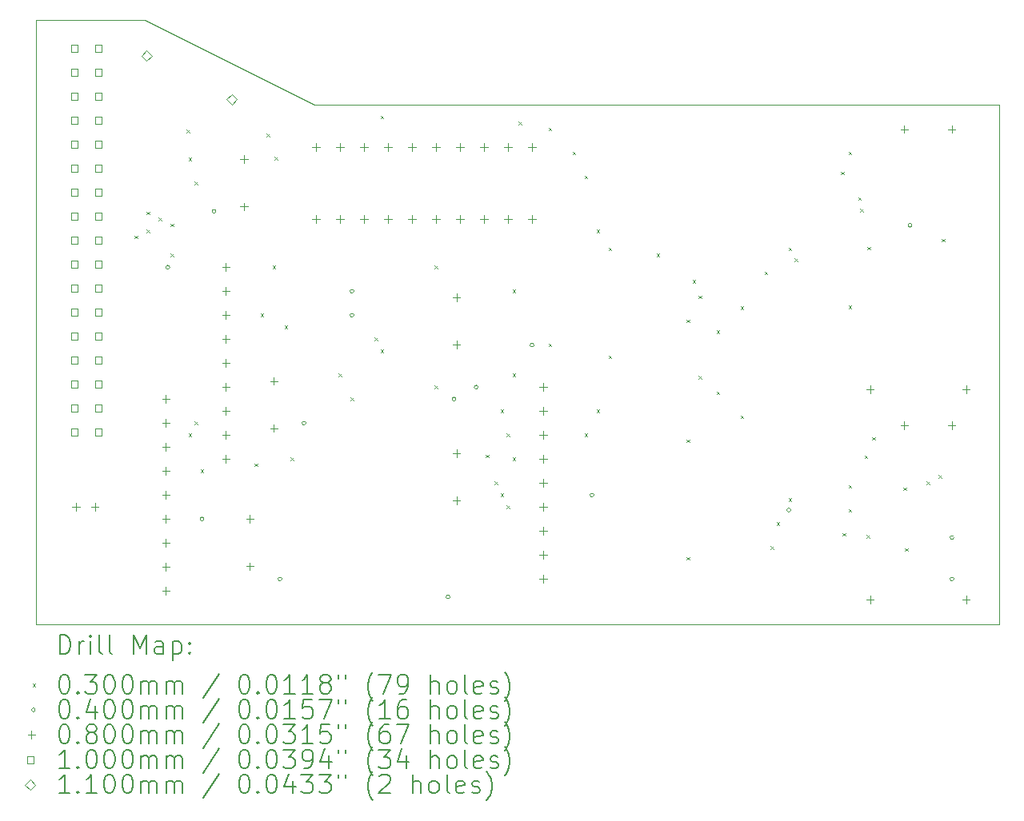
<source format=gbr>
%TF.GenerationSoftware,KiCad,Pcbnew,9.0.3*%
%TF.CreationDate,2025-07-22T08:59:43+01:00*%
%TF.ProjectId,megaflash,6d656761-666c-4617-9368-2e6b69636164,rev?*%
%TF.SameCoordinates,Original*%
%TF.FileFunction,Drillmap*%
%TF.FilePolarity,Positive*%
%FSLAX45Y45*%
G04 Gerber Fmt 4.5, Leading zero omitted, Abs format (unit mm)*
G04 Created by KiCad (PCBNEW 9.0.3) date 2025-07-22 08:59:43*
%MOMM*%
%LPD*%
G01*
G04 APERTURE LIST*
%ADD10C,0.100000*%
%ADD11C,0.200000*%
%ADD12C,0.110000*%
G04 APERTURE END LIST*
D10*
X6750000Y-11400000D02*
X16950000Y-11400000D01*
X9700000Y-5900000D02*
X7900000Y-5000000D01*
X6750000Y-5000000D02*
X7900000Y-5000000D01*
X16950000Y-5900000D02*
X9700000Y-5900000D01*
X6750000Y-5000000D02*
X6750000Y-11400000D01*
X16950000Y-11400000D02*
X16950000Y-5900000D01*
D11*
D10*
X7795500Y-7287500D02*
X7825500Y-7317500D01*
X7825500Y-7287500D02*
X7795500Y-7317500D01*
X7922500Y-7033500D02*
X7952500Y-7063500D01*
X7952500Y-7033500D02*
X7922500Y-7063500D01*
X7922500Y-7224000D02*
X7952500Y-7254000D01*
X7952500Y-7224000D02*
X7922500Y-7254000D01*
X8049500Y-7097000D02*
X8079500Y-7127000D01*
X8079500Y-7097000D02*
X8049500Y-7127000D01*
X8176500Y-7160500D02*
X8206500Y-7190500D01*
X8206500Y-7160500D02*
X8176500Y-7190500D01*
X8176500Y-7478000D02*
X8206500Y-7508000D01*
X8206500Y-7478000D02*
X8176500Y-7508000D01*
X8347500Y-6164000D02*
X8377500Y-6194000D01*
X8377500Y-6164000D02*
X8347500Y-6194000D01*
X8367000Y-6462000D02*
X8397000Y-6492000D01*
X8397000Y-6462000D02*
X8367000Y-6492000D01*
X8367000Y-9383000D02*
X8397000Y-9413000D01*
X8397000Y-9383000D02*
X8367000Y-9413000D01*
X8430500Y-6716000D02*
X8460500Y-6746000D01*
X8460500Y-6716000D02*
X8430500Y-6746000D01*
X8430500Y-9256000D02*
X8460500Y-9286000D01*
X8460500Y-9256000D02*
X8430500Y-9286000D01*
X8494000Y-9764000D02*
X8524000Y-9794000D01*
X8524000Y-9764000D02*
X8494000Y-9794000D01*
X9065500Y-9700500D02*
X9095500Y-9730500D01*
X9095500Y-9700500D02*
X9065500Y-9730500D01*
X9129000Y-8113000D02*
X9159000Y-8143000D01*
X9159000Y-8113000D02*
X9129000Y-8143000D01*
X9192500Y-6208000D02*
X9222500Y-6238000D01*
X9222500Y-6208000D02*
X9192500Y-6238000D01*
X9256000Y-7605000D02*
X9286000Y-7635000D01*
X9286000Y-7605000D02*
X9256000Y-7635000D01*
X9279000Y-6452500D02*
X9309000Y-6482500D01*
X9309000Y-6452500D02*
X9279000Y-6482500D01*
X9383000Y-8240000D02*
X9413000Y-8270000D01*
X9413000Y-8240000D02*
X9383000Y-8270000D01*
X9446500Y-9637000D02*
X9476500Y-9667000D01*
X9476500Y-9637000D02*
X9446500Y-9667000D01*
X9954500Y-8748000D02*
X9984500Y-8778000D01*
X9984500Y-8748000D02*
X9954500Y-8778000D01*
X10081500Y-9002000D02*
X10111500Y-9032000D01*
X10111500Y-9002000D02*
X10081500Y-9032000D01*
X10335500Y-8367000D02*
X10365500Y-8397000D01*
X10365500Y-8367000D02*
X10335500Y-8397000D01*
X10399000Y-6017500D02*
X10429000Y-6047500D01*
X10429000Y-6017500D02*
X10399000Y-6047500D01*
X10399000Y-8494000D02*
X10429000Y-8524000D01*
X10429000Y-8494000D02*
X10399000Y-8524000D01*
X10970500Y-7605000D02*
X11000500Y-7635000D01*
X11000500Y-7605000D02*
X10970500Y-7635000D01*
X10970500Y-8875000D02*
X11000500Y-8905000D01*
X11000500Y-8875000D02*
X10970500Y-8905000D01*
X11510250Y-9605250D02*
X11540250Y-9635250D01*
X11540250Y-9605250D02*
X11510250Y-9635250D01*
X11605500Y-9891000D02*
X11635500Y-9921000D01*
X11635500Y-9891000D02*
X11605500Y-9921000D01*
X11668999Y-10018001D02*
X11698999Y-10048001D01*
X11698999Y-10018001D02*
X11668999Y-10048001D01*
X11669000Y-9129000D02*
X11699000Y-9159000D01*
X11699000Y-9129000D02*
X11669000Y-9159000D01*
X11732500Y-9383000D02*
X11762500Y-9413000D01*
X11762500Y-9383000D02*
X11732500Y-9413000D01*
X11732500Y-10145000D02*
X11762500Y-10175000D01*
X11762500Y-10145000D02*
X11732500Y-10175000D01*
X11796000Y-7859000D02*
X11826000Y-7889000D01*
X11826000Y-7859000D02*
X11796000Y-7889000D01*
X11796000Y-8748000D02*
X11826000Y-8778000D01*
X11826000Y-8748000D02*
X11796000Y-8778000D01*
X11796000Y-9637000D02*
X11826000Y-9667000D01*
X11826000Y-9637000D02*
X11796000Y-9667000D01*
X11859500Y-6081000D02*
X11889500Y-6111000D01*
X11889500Y-6081000D02*
X11859500Y-6111000D01*
X12177000Y-6144500D02*
X12207000Y-6174500D01*
X12207000Y-6144500D02*
X12177000Y-6174500D01*
X12177000Y-8430500D02*
X12207000Y-8460500D01*
X12207000Y-8430500D02*
X12177000Y-8460500D01*
X12431000Y-6398500D02*
X12461000Y-6428500D01*
X12461000Y-6398500D02*
X12431000Y-6428500D01*
X12558000Y-6652500D02*
X12588000Y-6682500D01*
X12588000Y-6652500D02*
X12558000Y-6682500D01*
X12558000Y-9383000D02*
X12588000Y-9413000D01*
X12588000Y-9383000D02*
X12558000Y-9413000D01*
X12685000Y-7224000D02*
X12715000Y-7254000D01*
X12715000Y-7224000D02*
X12685000Y-7254000D01*
X12685000Y-9129000D02*
X12715000Y-9159000D01*
X12715000Y-9129000D02*
X12685000Y-9159000D01*
X12812000Y-7414500D02*
X12842000Y-7444500D01*
X12842000Y-7414500D02*
X12812000Y-7444500D01*
X12812000Y-8557500D02*
X12842000Y-8587500D01*
X12842000Y-8557500D02*
X12812000Y-8587500D01*
X13320000Y-7478000D02*
X13350000Y-7508000D01*
X13350000Y-7478000D02*
X13320000Y-7508000D01*
X13637500Y-8176500D02*
X13667500Y-8206500D01*
X13667500Y-8176500D02*
X13637500Y-8206500D01*
X13637500Y-9446500D02*
X13667500Y-9476500D01*
X13667500Y-9446500D02*
X13637500Y-9476500D01*
X13637500Y-10690000D02*
X13667500Y-10720000D01*
X13667500Y-10690000D02*
X13637500Y-10720000D01*
X13701000Y-7757000D02*
X13731000Y-7787000D01*
X13731000Y-7757000D02*
X13701000Y-7787000D01*
X13764500Y-7922500D02*
X13794500Y-7952500D01*
X13794500Y-7922500D02*
X13764500Y-7952500D01*
X13764500Y-8773000D02*
X13794500Y-8803000D01*
X13794500Y-8773000D02*
X13764500Y-8803000D01*
X13955000Y-8289000D02*
X13985000Y-8319000D01*
X13985000Y-8289000D02*
X13955000Y-8319000D01*
X13955000Y-8938500D02*
X13985000Y-8968500D01*
X13985000Y-8938500D02*
X13955000Y-8968500D01*
X14209000Y-8035000D02*
X14239000Y-8065000D01*
X14239000Y-8035000D02*
X14209000Y-8065000D01*
X14209000Y-9192500D02*
X14239000Y-9222500D01*
X14239000Y-9192500D02*
X14209000Y-9222500D01*
X14463000Y-7668500D02*
X14493000Y-7698500D01*
X14493000Y-7668500D02*
X14463000Y-7698500D01*
X14526500Y-10575000D02*
X14556500Y-10605000D01*
X14556500Y-10575000D02*
X14526500Y-10605000D01*
X14590000Y-10321000D02*
X14620000Y-10351000D01*
X14620000Y-10321000D02*
X14590000Y-10351000D01*
X14717000Y-7414500D02*
X14747000Y-7444500D01*
X14747000Y-7414500D02*
X14717000Y-7444500D01*
X14717000Y-10067000D02*
X14747000Y-10097000D01*
X14747000Y-10067000D02*
X14717000Y-10097000D01*
X14780500Y-7527000D02*
X14810500Y-7557000D01*
X14810500Y-7527000D02*
X14780500Y-7557000D01*
X15272560Y-6610060D02*
X15302560Y-6640060D01*
X15302560Y-6610060D02*
X15272560Y-6640060D01*
X15288500Y-10436000D02*
X15318500Y-10466000D01*
X15318500Y-10436000D02*
X15288500Y-10466000D01*
X15352000Y-6398500D02*
X15382000Y-6428500D01*
X15382000Y-6398500D02*
X15352000Y-6428500D01*
X15352000Y-8029059D02*
X15382000Y-8059059D01*
X15382000Y-8029059D02*
X15352000Y-8059059D01*
X15352000Y-9928000D02*
X15382000Y-9958000D01*
X15382000Y-9928000D02*
X15352000Y-9958000D01*
X15352000Y-10182000D02*
X15382000Y-10212000D01*
X15382000Y-10182000D02*
X15352000Y-10212000D01*
X15453000Y-6880500D02*
X15483000Y-6910500D01*
X15483000Y-6880500D02*
X15453000Y-6910500D01*
X15475499Y-7001860D02*
X15505499Y-7031860D01*
X15505499Y-7001860D02*
X15475499Y-7031860D01*
X15523100Y-9614874D02*
X15553100Y-9644874D01*
X15553100Y-9614874D02*
X15523100Y-9644874D01*
X15542500Y-10458000D02*
X15572500Y-10488000D01*
X15572500Y-10458000D02*
X15542500Y-10488000D01*
X15552000Y-7402619D02*
X15582000Y-7432619D01*
X15582000Y-7402619D02*
X15552000Y-7432619D01*
X15600250Y-9420000D02*
X15630250Y-9450000D01*
X15630250Y-9420000D02*
X15600250Y-9450000D01*
X15931000Y-9954500D02*
X15961000Y-9984500D01*
X15961000Y-9954500D02*
X15931000Y-9984500D01*
X15951000Y-10598000D02*
X15981000Y-10628000D01*
X15981000Y-10598000D02*
X15951000Y-10628000D01*
X16177500Y-9891000D02*
X16207500Y-9921000D01*
X16207500Y-9891000D02*
X16177500Y-9921000D01*
X16304500Y-9823000D02*
X16334500Y-9853000D01*
X16334500Y-9823000D02*
X16304500Y-9853000D01*
X16336250Y-7319250D02*
X16366250Y-7349250D01*
X16366250Y-7319250D02*
X16336250Y-7349250D01*
X8167500Y-7620000D02*
G75*
G02*
X8127500Y-7620000I-20000J0D01*
G01*
X8127500Y-7620000D02*
G75*
G02*
X8167500Y-7620000I20000J0D01*
G01*
X8529000Y-10287000D02*
G75*
G02*
X8489000Y-10287000I-20000J0D01*
G01*
X8489000Y-10287000D02*
G75*
G02*
X8529000Y-10287000I20000J0D01*
G01*
X8656000Y-7029000D02*
G75*
G02*
X8616000Y-7029000I-20000J0D01*
G01*
X8616000Y-7029000D02*
G75*
G02*
X8656000Y-7029000I20000J0D01*
G01*
X9354500Y-10922000D02*
G75*
G02*
X9314500Y-10922000I-20000J0D01*
G01*
X9314500Y-10922000D02*
G75*
G02*
X9354500Y-10922000I20000J0D01*
G01*
X9608500Y-9271000D02*
G75*
G02*
X9568500Y-9271000I-20000J0D01*
G01*
X9568500Y-9271000D02*
G75*
G02*
X9608500Y-9271000I20000J0D01*
G01*
X10116500Y-7874000D02*
G75*
G02*
X10076500Y-7874000I-20000J0D01*
G01*
X10076500Y-7874000D02*
G75*
G02*
X10116500Y-7874000I20000J0D01*
G01*
X10116500Y-8128000D02*
G75*
G02*
X10076500Y-8128000I-20000J0D01*
G01*
X10076500Y-8128000D02*
G75*
G02*
X10116500Y-8128000I20000J0D01*
G01*
X11132500Y-11112500D02*
G75*
G02*
X11092500Y-11112500I-20000J0D01*
G01*
X11092500Y-11112500D02*
G75*
G02*
X11132500Y-11112500I20000J0D01*
G01*
X11196000Y-9017000D02*
G75*
G02*
X11156000Y-9017000I-20000J0D01*
G01*
X11156000Y-9017000D02*
G75*
G02*
X11196000Y-9017000I20000J0D01*
G01*
X11430500Y-8890000D02*
G75*
G02*
X11390500Y-8890000I-20000J0D01*
G01*
X11390500Y-8890000D02*
G75*
G02*
X11430500Y-8890000I20000J0D01*
G01*
X12021500Y-8445500D02*
G75*
G02*
X11981500Y-8445500I-20000J0D01*
G01*
X11981500Y-8445500D02*
G75*
G02*
X12021500Y-8445500I20000J0D01*
G01*
X12656500Y-10033000D02*
G75*
G02*
X12616500Y-10033000I-20000J0D01*
G01*
X12616500Y-10033000D02*
G75*
G02*
X12656500Y-10033000I20000J0D01*
G01*
X14738902Y-10191534D02*
G75*
G02*
X14698902Y-10191534I-20000J0D01*
G01*
X14698902Y-10191534D02*
G75*
G02*
X14738902Y-10191534I20000J0D01*
G01*
X16022000Y-7175500D02*
G75*
G02*
X15982000Y-7175500I-20000J0D01*
G01*
X15982000Y-7175500D02*
G75*
G02*
X16022000Y-7175500I20000J0D01*
G01*
X16466500Y-10483000D02*
G75*
G02*
X16426500Y-10483000I-20000J0D01*
G01*
X16426500Y-10483000D02*
G75*
G02*
X16466500Y-10483000I20000J0D01*
G01*
X16466500Y-10922000D02*
G75*
G02*
X16426500Y-10922000I-20000J0D01*
G01*
X16426500Y-10922000D02*
G75*
G02*
X16466500Y-10922000I20000J0D01*
G01*
X7175500Y-10120000D02*
X7175500Y-10200000D01*
X7135500Y-10160000D02*
X7215500Y-10160000D01*
X7375500Y-10120000D02*
X7375500Y-10200000D01*
X7335500Y-10160000D02*
X7415500Y-10160000D01*
X8128000Y-8977000D02*
X8128000Y-9057000D01*
X8088000Y-9017000D02*
X8168000Y-9017000D01*
X8128000Y-9231000D02*
X8128000Y-9311000D01*
X8088000Y-9271000D02*
X8168000Y-9271000D01*
X8128000Y-9485000D02*
X8128000Y-9565000D01*
X8088000Y-9525000D02*
X8168000Y-9525000D01*
X8128000Y-9739000D02*
X8128000Y-9819000D01*
X8088000Y-9779000D02*
X8168000Y-9779000D01*
X8128000Y-9993000D02*
X8128000Y-10073000D01*
X8088000Y-10033000D02*
X8168000Y-10033000D01*
X8128000Y-10247000D02*
X8128000Y-10327000D01*
X8088000Y-10287000D02*
X8168000Y-10287000D01*
X8128000Y-10501000D02*
X8128000Y-10581000D01*
X8088000Y-10541000D02*
X8168000Y-10541000D01*
X8128000Y-10755000D02*
X8128000Y-10835000D01*
X8088000Y-10795000D02*
X8168000Y-10795000D01*
X8128000Y-11009000D02*
X8128000Y-11089000D01*
X8088000Y-11049000D02*
X8168000Y-11049000D01*
X8763000Y-7580000D02*
X8763000Y-7660000D01*
X8723000Y-7620000D02*
X8803000Y-7620000D01*
X8763000Y-7834000D02*
X8763000Y-7914000D01*
X8723000Y-7874000D02*
X8803000Y-7874000D01*
X8763000Y-8088000D02*
X8763000Y-8168000D01*
X8723000Y-8128000D02*
X8803000Y-8128000D01*
X8763000Y-8342000D02*
X8763000Y-8422000D01*
X8723000Y-8382000D02*
X8803000Y-8382000D01*
X8763000Y-8596000D02*
X8763000Y-8676000D01*
X8723000Y-8636000D02*
X8803000Y-8636000D01*
X8763000Y-8850000D02*
X8763000Y-8930000D01*
X8723000Y-8890000D02*
X8803000Y-8890000D01*
X8763000Y-9104000D02*
X8763000Y-9184000D01*
X8723000Y-9144000D02*
X8803000Y-9144000D01*
X8763000Y-9358000D02*
X8763000Y-9438000D01*
X8723000Y-9398000D02*
X8803000Y-9398000D01*
X8763000Y-9612000D02*
X8763000Y-9692000D01*
X8723000Y-9652000D02*
X8803000Y-9652000D01*
X8953500Y-6437000D02*
X8953500Y-6517000D01*
X8913500Y-6477000D02*
X8993500Y-6477000D01*
X8953500Y-6937000D02*
X8953500Y-7017000D01*
X8913500Y-6977000D02*
X8993500Y-6977000D01*
X9017000Y-10247000D02*
X9017000Y-10327000D01*
X8977000Y-10287000D02*
X9057000Y-10287000D01*
X9017000Y-10747000D02*
X9017000Y-10827000D01*
X8977000Y-10787000D02*
X9057000Y-10787000D01*
X9271000Y-8786500D02*
X9271000Y-8866500D01*
X9231000Y-8826500D02*
X9311000Y-8826500D01*
X9271000Y-9286500D02*
X9271000Y-9366500D01*
X9231000Y-9326500D02*
X9311000Y-9326500D01*
X9715500Y-6310000D02*
X9715500Y-6390000D01*
X9675500Y-6350000D02*
X9755500Y-6350000D01*
X9715500Y-7072000D02*
X9715500Y-7152000D01*
X9675500Y-7112000D02*
X9755500Y-7112000D01*
X9969500Y-6310000D02*
X9969500Y-6390000D01*
X9929500Y-6350000D02*
X10009500Y-6350000D01*
X9969500Y-7072000D02*
X9969500Y-7152000D01*
X9929500Y-7112000D02*
X10009500Y-7112000D01*
X10223500Y-6310000D02*
X10223500Y-6390000D01*
X10183500Y-6350000D02*
X10263500Y-6350000D01*
X10223500Y-7072000D02*
X10223500Y-7152000D01*
X10183500Y-7112000D02*
X10263500Y-7112000D01*
X10477500Y-6310000D02*
X10477500Y-6390000D01*
X10437500Y-6350000D02*
X10517500Y-6350000D01*
X10477500Y-7072000D02*
X10477500Y-7152000D01*
X10437500Y-7112000D02*
X10517500Y-7112000D01*
X10731500Y-6310000D02*
X10731500Y-6390000D01*
X10691500Y-6350000D02*
X10771500Y-6350000D01*
X10731500Y-7072000D02*
X10731500Y-7152000D01*
X10691500Y-7112000D02*
X10771500Y-7112000D01*
X10985500Y-6310000D02*
X10985500Y-6390000D01*
X10945500Y-6350000D02*
X11025500Y-6350000D01*
X10985500Y-7072000D02*
X10985500Y-7152000D01*
X10945500Y-7112000D02*
X11025500Y-7112000D01*
X11203000Y-7901500D02*
X11203000Y-7981500D01*
X11163000Y-7941500D02*
X11243000Y-7941500D01*
X11203000Y-8401500D02*
X11203000Y-8481500D01*
X11163000Y-8441500D02*
X11243000Y-8441500D01*
X11203000Y-9552500D02*
X11203000Y-9632500D01*
X11163000Y-9592500D02*
X11243000Y-9592500D01*
X11203000Y-10052500D02*
X11203000Y-10132500D01*
X11163000Y-10092500D02*
X11243000Y-10092500D01*
X11239500Y-6310000D02*
X11239500Y-6390000D01*
X11199500Y-6350000D02*
X11279500Y-6350000D01*
X11239500Y-7072000D02*
X11239500Y-7152000D01*
X11199500Y-7112000D02*
X11279500Y-7112000D01*
X11493500Y-6310000D02*
X11493500Y-6390000D01*
X11453500Y-6350000D02*
X11533500Y-6350000D01*
X11493500Y-7072000D02*
X11493500Y-7152000D01*
X11453500Y-7112000D02*
X11533500Y-7112000D01*
X11747500Y-6310000D02*
X11747500Y-6390000D01*
X11707500Y-6350000D02*
X11787500Y-6350000D01*
X11747500Y-7072000D02*
X11747500Y-7152000D01*
X11707500Y-7112000D02*
X11787500Y-7112000D01*
X12001500Y-6310000D02*
X12001500Y-6390000D01*
X11961500Y-6350000D02*
X12041500Y-6350000D01*
X12001500Y-7072000D02*
X12001500Y-7152000D01*
X11961500Y-7112000D02*
X12041500Y-7112000D01*
X12119000Y-8850000D02*
X12119000Y-8930000D01*
X12079000Y-8890000D02*
X12159000Y-8890000D01*
X12119000Y-9104000D02*
X12119000Y-9184000D01*
X12079000Y-9144000D02*
X12159000Y-9144000D01*
X12119000Y-9358000D02*
X12119000Y-9438000D01*
X12079000Y-9398000D02*
X12159000Y-9398000D01*
X12119000Y-9612000D02*
X12119000Y-9692000D01*
X12079000Y-9652000D02*
X12159000Y-9652000D01*
X12119000Y-9866000D02*
X12119000Y-9946000D01*
X12079000Y-9906000D02*
X12159000Y-9906000D01*
X12119000Y-10120000D02*
X12119000Y-10200000D01*
X12079000Y-10160000D02*
X12159000Y-10160000D01*
X12119000Y-10374000D02*
X12119000Y-10454000D01*
X12079000Y-10414000D02*
X12159000Y-10414000D01*
X12119000Y-10628000D02*
X12119000Y-10708000D01*
X12079000Y-10668000D02*
X12159000Y-10668000D01*
X12119000Y-10882000D02*
X12119000Y-10962000D01*
X12079000Y-10922000D02*
X12159000Y-10922000D01*
X15581000Y-8872000D02*
X15581000Y-8952000D01*
X15541000Y-8912000D02*
X15621000Y-8912000D01*
X15581000Y-11101500D02*
X15581000Y-11181500D01*
X15541000Y-11141500D02*
X15621000Y-11141500D01*
X15942500Y-6119500D02*
X15942500Y-6199500D01*
X15902500Y-6159500D02*
X15982500Y-6159500D01*
X15942500Y-9256500D02*
X15942500Y-9336500D01*
X15902500Y-9296500D02*
X15982500Y-9296500D01*
X16442500Y-6119500D02*
X16442500Y-6199500D01*
X16402500Y-6159500D02*
X16482500Y-6159500D01*
X16442500Y-9256500D02*
X16442500Y-9336500D01*
X16402500Y-9296500D02*
X16482500Y-9296500D01*
X16597000Y-8872000D02*
X16597000Y-8952000D01*
X16557000Y-8912000D02*
X16637000Y-8912000D01*
X16597000Y-11101500D02*
X16597000Y-11181500D01*
X16557000Y-11141500D02*
X16637000Y-11141500D01*
X7195356Y-5337356D02*
X7195356Y-5266644D01*
X7124644Y-5266644D01*
X7124644Y-5337356D01*
X7195356Y-5337356D01*
X7195356Y-5591356D02*
X7195356Y-5520644D01*
X7124644Y-5520644D01*
X7124644Y-5591356D01*
X7195356Y-5591356D01*
X7195356Y-5845356D02*
X7195356Y-5774644D01*
X7124644Y-5774644D01*
X7124644Y-5845356D01*
X7195356Y-5845356D01*
X7195356Y-6099356D02*
X7195356Y-6028644D01*
X7124644Y-6028644D01*
X7124644Y-6099356D01*
X7195356Y-6099356D01*
X7195356Y-6353356D02*
X7195356Y-6282644D01*
X7124644Y-6282644D01*
X7124644Y-6353356D01*
X7195356Y-6353356D01*
X7195356Y-6607356D02*
X7195356Y-6536644D01*
X7124644Y-6536644D01*
X7124644Y-6607356D01*
X7195356Y-6607356D01*
X7195356Y-6861356D02*
X7195356Y-6790644D01*
X7124644Y-6790644D01*
X7124644Y-6861356D01*
X7195356Y-6861356D01*
X7195356Y-7115356D02*
X7195356Y-7044644D01*
X7124644Y-7044644D01*
X7124644Y-7115356D01*
X7195356Y-7115356D01*
X7195356Y-7369356D02*
X7195356Y-7298644D01*
X7124644Y-7298644D01*
X7124644Y-7369356D01*
X7195356Y-7369356D01*
X7195356Y-7623356D02*
X7195356Y-7552644D01*
X7124644Y-7552644D01*
X7124644Y-7623356D01*
X7195356Y-7623356D01*
X7195356Y-7877356D02*
X7195356Y-7806644D01*
X7124644Y-7806644D01*
X7124644Y-7877356D01*
X7195356Y-7877356D01*
X7195356Y-8131356D02*
X7195356Y-8060644D01*
X7124644Y-8060644D01*
X7124644Y-8131356D01*
X7195356Y-8131356D01*
X7195356Y-8385356D02*
X7195356Y-8314644D01*
X7124644Y-8314644D01*
X7124644Y-8385356D01*
X7195356Y-8385356D01*
X7195356Y-8639356D02*
X7195356Y-8568644D01*
X7124644Y-8568644D01*
X7124644Y-8639356D01*
X7195356Y-8639356D01*
X7195356Y-8893356D02*
X7195356Y-8822644D01*
X7124644Y-8822644D01*
X7124644Y-8893356D01*
X7195356Y-8893356D01*
X7195356Y-9147356D02*
X7195356Y-9076644D01*
X7124644Y-9076644D01*
X7124644Y-9147356D01*
X7195356Y-9147356D01*
X7195356Y-9401356D02*
X7195356Y-9330644D01*
X7124644Y-9330644D01*
X7124644Y-9401356D01*
X7195356Y-9401356D01*
X7449356Y-5337356D02*
X7449356Y-5266644D01*
X7378644Y-5266644D01*
X7378644Y-5337356D01*
X7449356Y-5337356D01*
X7449356Y-5591356D02*
X7449356Y-5520644D01*
X7378644Y-5520644D01*
X7378644Y-5591356D01*
X7449356Y-5591356D01*
X7449356Y-5845356D02*
X7449356Y-5774644D01*
X7378644Y-5774644D01*
X7378644Y-5845356D01*
X7449356Y-5845356D01*
X7449356Y-6099356D02*
X7449356Y-6028644D01*
X7378644Y-6028644D01*
X7378644Y-6099356D01*
X7449356Y-6099356D01*
X7449356Y-6353356D02*
X7449356Y-6282644D01*
X7378644Y-6282644D01*
X7378644Y-6353356D01*
X7449356Y-6353356D01*
X7449356Y-6607356D02*
X7449356Y-6536644D01*
X7378644Y-6536644D01*
X7378644Y-6607356D01*
X7449356Y-6607356D01*
X7449356Y-6861356D02*
X7449356Y-6790644D01*
X7378644Y-6790644D01*
X7378644Y-6861356D01*
X7449356Y-6861356D01*
X7449356Y-7115356D02*
X7449356Y-7044644D01*
X7378644Y-7044644D01*
X7378644Y-7115356D01*
X7449356Y-7115356D01*
X7449356Y-7369356D02*
X7449356Y-7298644D01*
X7378644Y-7298644D01*
X7378644Y-7369356D01*
X7449356Y-7369356D01*
X7449356Y-7623356D02*
X7449356Y-7552644D01*
X7378644Y-7552644D01*
X7378644Y-7623356D01*
X7449356Y-7623356D01*
X7449356Y-7877356D02*
X7449356Y-7806644D01*
X7378644Y-7806644D01*
X7378644Y-7877356D01*
X7449356Y-7877356D01*
X7449356Y-8131356D02*
X7449356Y-8060644D01*
X7378644Y-8060644D01*
X7378644Y-8131356D01*
X7449356Y-8131356D01*
X7449356Y-8385356D02*
X7449356Y-8314644D01*
X7378644Y-8314644D01*
X7378644Y-8385356D01*
X7449356Y-8385356D01*
X7449356Y-8639356D02*
X7449356Y-8568644D01*
X7378644Y-8568644D01*
X7378644Y-8639356D01*
X7449356Y-8639356D01*
X7449356Y-8893356D02*
X7449356Y-8822644D01*
X7378644Y-8822644D01*
X7378644Y-8893356D01*
X7449356Y-8893356D01*
X7449356Y-9147356D02*
X7449356Y-9076644D01*
X7378644Y-9076644D01*
X7378644Y-9147356D01*
X7449356Y-9147356D01*
X7449356Y-9401356D02*
X7449356Y-9330644D01*
X7378644Y-9330644D01*
X7378644Y-9401356D01*
X7449356Y-9401356D01*
D12*
X7921237Y-5435746D02*
X7976237Y-5380746D01*
X7921237Y-5325746D01*
X7866237Y-5380746D01*
X7921237Y-5435746D01*
X8826500Y-5897000D02*
X8881500Y-5842000D01*
X8826500Y-5787000D01*
X8771500Y-5842000D01*
X8826500Y-5897000D01*
D11*
X7005777Y-11716484D02*
X7005777Y-11516484D01*
X7005777Y-11516484D02*
X7053396Y-11516484D01*
X7053396Y-11516484D02*
X7081967Y-11526008D01*
X7081967Y-11526008D02*
X7101015Y-11545055D01*
X7101015Y-11545055D02*
X7110539Y-11564103D01*
X7110539Y-11564103D02*
X7120062Y-11602198D01*
X7120062Y-11602198D02*
X7120062Y-11630769D01*
X7120062Y-11630769D02*
X7110539Y-11668865D01*
X7110539Y-11668865D02*
X7101015Y-11687912D01*
X7101015Y-11687912D02*
X7081967Y-11706960D01*
X7081967Y-11706960D02*
X7053396Y-11716484D01*
X7053396Y-11716484D02*
X7005777Y-11716484D01*
X7205777Y-11716484D02*
X7205777Y-11583150D01*
X7205777Y-11621246D02*
X7215301Y-11602198D01*
X7215301Y-11602198D02*
X7224824Y-11592674D01*
X7224824Y-11592674D02*
X7243872Y-11583150D01*
X7243872Y-11583150D02*
X7262920Y-11583150D01*
X7329586Y-11716484D02*
X7329586Y-11583150D01*
X7329586Y-11516484D02*
X7320062Y-11526008D01*
X7320062Y-11526008D02*
X7329586Y-11535531D01*
X7329586Y-11535531D02*
X7339110Y-11526008D01*
X7339110Y-11526008D02*
X7329586Y-11516484D01*
X7329586Y-11516484D02*
X7329586Y-11535531D01*
X7453396Y-11716484D02*
X7434348Y-11706960D01*
X7434348Y-11706960D02*
X7424824Y-11687912D01*
X7424824Y-11687912D02*
X7424824Y-11516484D01*
X7558158Y-11716484D02*
X7539110Y-11706960D01*
X7539110Y-11706960D02*
X7529586Y-11687912D01*
X7529586Y-11687912D02*
X7529586Y-11516484D01*
X7786729Y-11716484D02*
X7786729Y-11516484D01*
X7786729Y-11516484D02*
X7853396Y-11659341D01*
X7853396Y-11659341D02*
X7920062Y-11516484D01*
X7920062Y-11516484D02*
X7920062Y-11716484D01*
X8101015Y-11716484D02*
X8101015Y-11611722D01*
X8101015Y-11611722D02*
X8091491Y-11592674D01*
X8091491Y-11592674D02*
X8072443Y-11583150D01*
X8072443Y-11583150D02*
X8034348Y-11583150D01*
X8034348Y-11583150D02*
X8015301Y-11592674D01*
X8101015Y-11706960D02*
X8081967Y-11716484D01*
X8081967Y-11716484D02*
X8034348Y-11716484D01*
X8034348Y-11716484D02*
X8015301Y-11706960D01*
X8015301Y-11706960D02*
X8005777Y-11687912D01*
X8005777Y-11687912D02*
X8005777Y-11668865D01*
X8005777Y-11668865D02*
X8015301Y-11649817D01*
X8015301Y-11649817D02*
X8034348Y-11640293D01*
X8034348Y-11640293D02*
X8081967Y-11640293D01*
X8081967Y-11640293D02*
X8101015Y-11630769D01*
X8196253Y-11583150D02*
X8196253Y-11783150D01*
X8196253Y-11592674D02*
X8215301Y-11583150D01*
X8215301Y-11583150D02*
X8253396Y-11583150D01*
X8253396Y-11583150D02*
X8272443Y-11592674D01*
X8272443Y-11592674D02*
X8281967Y-11602198D01*
X8281967Y-11602198D02*
X8291491Y-11621246D01*
X8291491Y-11621246D02*
X8291491Y-11678388D01*
X8291491Y-11678388D02*
X8281967Y-11697436D01*
X8281967Y-11697436D02*
X8272443Y-11706960D01*
X8272443Y-11706960D02*
X8253396Y-11716484D01*
X8253396Y-11716484D02*
X8215301Y-11716484D01*
X8215301Y-11716484D02*
X8196253Y-11706960D01*
X8377205Y-11697436D02*
X8386729Y-11706960D01*
X8386729Y-11706960D02*
X8377205Y-11716484D01*
X8377205Y-11716484D02*
X8367682Y-11706960D01*
X8367682Y-11706960D02*
X8377205Y-11697436D01*
X8377205Y-11697436D02*
X8377205Y-11716484D01*
X8377205Y-11592674D02*
X8386729Y-11602198D01*
X8386729Y-11602198D02*
X8377205Y-11611722D01*
X8377205Y-11611722D02*
X8367682Y-11602198D01*
X8367682Y-11602198D02*
X8377205Y-11592674D01*
X8377205Y-11592674D02*
X8377205Y-11611722D01*
D10*
X6715000Y-12030000D02*
X6745000Y-12060000D01*
X6745000Y-12030000D02*
X6715000Y-12060000D01*
D11*
X7043872Y-11936484D02*
X7062920Y-11936484D01*
X7062920Y-11936484D02*
X7081967Y-11946008D01*
X7081967Y-11946008D02*
X7091491Y-11955531D01*
X7091491Y-11955531D02*
X7101015Y-11974579D01*
X7101015Y-11974579D02*
X7110539Y-12012674D01*
X7110539Y-12012674D02*
X7110539Y-12060293D01*
X7110539Y-12060293D02*
X7101015Y-12098388D01*
X7101015Y-12098388D02*
X7091491Y-12117436D01*
X7091491Y-12117436D02*
X7081967Y-12126960D01*
X7081967Y-12126960D02*
X7062920Y-12136484D01*
X7062920Y-12136484D02*
X7043872Y-12136484D01*
X7043872Y-12136484D02*
X7024824Y-12126960D01*
X7024824Y-12126960D02*
X7015301Y-12117436D01*
X7015301Y-12117436D02*
X7005777Y-12098388D01*
X7005777Y-12098388D02*
X6996253Y-12060293D01*
X6996253Y-12060293D02*
X6996253Y-12012674D01*
X6996253Y-12012674D02*
X7005777Y-11974579D01*
X7005777Y-11974579D02*
X7015301Y-11955531D01*
X7015301Y-11955531D02*
X7024824Y-11946008D01*
X7024824Y-11946008D02*
X7043872Y-11936484D01*
X7196253Y-12117436D02*
X7205777Y-12126960D01*
X7205777Y-12126960D02*
X7196253Y-12136484D01*
X7196253Y-12136484D02*
X7186729Y-12126960D01*
X7186729Y-12126960D02*
X7196253Y-12117436D01*
X7196253Y-12117436D02*
X7196253Y-12136484D01*
X7272443Y-11936484D02*
X7396253Y-11936484D01*
X7396253Y-11936484D02*
X7329586Y-12012674D01*
X7329586Y-12012674D02*
X7358158Y-12012674D01*
X7358158Y-12012674D02*
X7377205Y-12022198D01*
X7377205Y-12022198D02*
X7386729Y-12031722D01*
X7386729Y-12031722D02*
X7396253Y-12050769D01*
X7396253Y-12050769D02*
X7396253Y-12098388D01*
X7396253Y-12098388D02*
X7386729Y-12117436D01*
X7386729Y-12117436D02*
X7377205Y-12126960D01*
X7377205Y-12126960D02*
X7358158Y-12136484D01*
X7358158Y-12136484D02*
X7301015Y-12136484D01*
X7301015Y-12136484D02*
X7281967Y-12126960D01*
X7281967Y-12126960D02*
X7272443Y-12117436D01*
X7520062Y-11936484D02*
X7539110Y-11936484D01*
X7539110Y-11936484D02*
X7558158Y-11946008D01*
X7558158Y-11946008D02*
X7567682Y-11955531D01*
X7567682Y-11955531D02*
X7577205Y-11974579D01*
X7577205Y-11974579D02*
X7586729Y-12012674D01*
X7586729Y-12012674D02*
X7586729Y-12060293D01*
X7586729Y-12060293D02*
X7577205Y-12098388D01*
X7577205Y-12098388D02*
X7567682Y-12117436D01*
X7567682Y-12117436D02*
X7558158Y-12126960D01*
X7558158Y-12126960D02*
X7539110Y-12136484D01*
X7539110Y-12136484D02*
X7520062Y-12136484D01*
X7520062Y-12136484D02*
X7501015Y-12126960D01*
X7501015Y-12126960D02*
X7491491Y-12117436D01*
X7491491Y-12117436D02*
X7481967Y-12098388D01*
X7481967Y-12098388D02*
X7472443Y-12060293D01*
X7472443Y-12060293D02*
X7472443Y-12012674D01*
X7472443Y-12012674D02*
X7481967Y-11974579D01*
X7481967Y-11974579D02*
X7491491Y-11955531D01*
X7491491Y-11955531D02*
X7501015Y-11946008D01*
X7501015Y-11946008D02*
X7520062Y-11936484D01*
X7710539Y-11936484D02*
X7729586Y-11936484D01*
X7729586Y-11936484D02*
X7748634Y-11946008D01*
X7748634Y-11946008D02*
X7758158Y-11955531D01*
X7758158Y-11955531D02*
X7767682Y-11974579D01*
X7767682Y-11974579D02*
X7777205Y-12012674D01*
X7777205Y-12012674D02*
X7777205Y-12060293D01*
X7777205Y-12060293D02*
X7767682Y-12098388D01*
X7767682Y-12098388D02*
X7758158Y-12117436D01*
X7758158Y-12117436D02*
X7748634Y-12126960D01*
X7748634Y-12126960D02*
X7729586Y-12136484D01*
X7729586Y-12136484D02*
X7710539Y-12136484D01*
X7710539Y-12136484D02*
X7691491Y-12126960D01*
X7691491Y-12126960D02*
X7681967Y-12117436D01*
X7681967Y-12117436D02*
X7672443Y-12098388D01*
X7672443Y-12098388D02*
X7662920Y-12060293D01*
X7662920Y-12060293D02*
X7662920Y-12012674D01*
X7662920Y-12012674D02*
X7672443Y-11974579D01*
X7672443Y-11974579D02*
X7681967Y-11955531D01*
X7681967Y-11955531D02*
X7691491Y-11946008D01*
X7691491Y-11946008D02*
X7710539Y-11936484D01*
X7862920Y-12136484D02*
X7862920Y-12003150D01*
X7862920Y-12022198D02*
X7872443Y-12012674D01*
X7872443Y-12012674D02*
X7891491Y-12003150D01*
X7891491Y-12003150D02*
X7920063Y-12003150D01*
X7920063Y-12003150D02*
X7939110Y-12012674D01*
X7939110Y-12012674D02*
X7948634Y-12031722D01*
X7948634Y-12031722D02*
X7948634Y-12136484D01*
X7948634Y-12031722D02*
X7958158Y-12012674D01*
X7958158Y-12012674D02*
X7977205Y-12003150D01*
X7977205Y-12003150D02*
X8005777Y-12003150D01*
X8005777Y-12003150D02*
X8024824Y-12012674D01*
X8024824Y-12012674D02*
X8034348Y-12031722D01*
X8034348Y-12031722D02*
X8034348Y-12136484D01*
X8129586Y-12136484D02*
X8129586Y-12003150D01*
X8129586Y-12022198D02*
X8139110Y-12012674D01*
X8139110Y-12012674D02*
X8158158Y-12003150D01*
X8158158Y-12003150D02*
X8186729Y-12003150D01*
X8186729Y-12003150D02*
X8205777Y-12012674D01*
X8205777Y-12012674D02*
X8215301Y-12031722D01*
X8215301Y-12031722D02*
X8215301Y-12136484D01*
X8215301Y-12031722D02*
X8224824Y-12012674D01*
X8224824Y-12012674D02*
X8243872Y-12003150D01*
X8243872Y-12003150D02*
X8272443Y-12003150D01*
X8272443Y-12003150D02*
X8291491Y-12012674D01*
X8291491Y-12012674D02*
X8301015Y-12031722D01*
X8301015Y-12031722D02*
X8301015Y-12136484D01*
X8691491Y-11926960D02*
X8520063Y-12184103D01*
X8948634Y-11936484D02*
X8967682Y-11936484D01*
X8967682Y-11936484D02*
X8986729Y-11946008D01*
X8986729Y-11946008D02*
X8996253Y-11955531D01*
X8996253Y-11955531D02*
X9005777Y-11974579D01*
X9005777Y-11974579D02*
X9015301Y-12012674D01*
X9015301Y-12012674D02*
X9015301Y-12060293D01*
X9015301Y-12060293D02*
X9005777Y-12098388D01*
X9005777Y-12098388D02*
X8996253Y-12117436D01*
X8996253Y-12117436D02*
X8986729Y-12126960D01*
X8986729Y-12126960D02*
X8967682Y-12136484D01*
X8967682Y-12136484D02*
X8948634Y-12136484D01*
X8948634Y-12136484D02*
X8929587Y-12126960D01*
X8929587Y-12126960D02*
X8920063Y-12117436D01*
X8920063Y-12117436D02*
X8910539Y-12098388D01*
X8910539Y-12098388D02*
X8901015Y-12060293D01*
X8901015Y-12060293D02*
X8901015Y-12012674D01*
X8901015Y-12012674D02*
X8910539Y-11974579D01*
X8910539Y-11974579D02*
X8920063Y-11955531D01*
X8920063Y-11955531D02*
X8929587Y-11946008D01*
X8929587Y-11946008D02*
X8948634Y-11936484D01*
X9101015Y-12117436D02*
X9110539Y-12126960D01*
X9110539Y-12126960D02*
X9101015Y-12136484D01*
X9101015Y-12136484D02*
X9091491Y-12126960D01*
X9091491Y-12126960D02*
X9101015Y-12117436D01*
X9101015Y-12117436D02*
X9101015Y-12136484D01*
X9234348Y-11936484D02*
X9253396Y-11936484D01*
X9253396Y-11936484D02*
X9272444Y-11946008D01*
X9272444Y-11946008D02*
X9281968Y-11955531D01*
X9281968Y-11955531D02*
X9291491Y-11974579D01*
X9291491Y-11974579D02*
X9301015Y-12012674D01*
X9301015Y-12012674D02*
X9301015Y-12060293D01*
X9301015Y-12060293D02*
X9291491Y-12098388D01*
X9291491Y-12098388D02*
X9281968Y-12117436D01*
X9281968Y-12117436D02*
X9272444Y-12126960D01*
X9272444Y-12126960D02*
X9253396Y-12136484D01*
X9253396Y-12136484D02*
X9234348Y-12136484D01*
X9234348Y-12136484D02*
X9215301Y-12126960D01*
X9215301Y-12126960D02*
X9205777Y-12117436D01*
X9205777Y-12117436D02*
X9196253Y-12098388D01*
X9196253Y-12098388D02*
X9186729Y-12060293D01*
X9186729Y-12060293D02*
X9186729Y-12012674D01*
X9186729Y-12012674D02*
X9196253Y-11974579D01*
X9196253Y-11974579D02*
X9205777Y-11955531D01*
X9205777Y-11955531D02*
X9215301Y-11946008D01*
X9215301Y-11946008D02*
X9234348Y-11936484D01*
X9491491Y-12136484D02*
X9377206Y-12136484D01*
X9434348Y-12136484D02*
X9434348Y-11936484D01*
X9434348Y-11936484D02*
X9415301Y-11965055D01*
X9415301Y-11965055D02*
X9396253Y-11984103D01*
X9396253Y-11984103D02*
X9377206Y-11993627D01*
X9681968Y-12136484D02*
X9567682Y-12136484D01*
X9624825Y-12136484D02*
X9624825Y-11936484D01*
X9624825Y-11936484D02*
X9605777Y-11965055D01*
X9605777Y-11965055D02*
X9586729Y-11984103D01*
X9586729Y-11984103D02*
X9567682Y-11993627D01*
X9796253Y-12022198D02*
X9777206Y-12012674D01*
X9777206Y-12012674D02*
X9767682Y-12003150D01*
X9767682Y-12003150D02*
X9758158Y-11984103D01*
X9758158Y-11984103D02*
X9758158Y-11974579D01*
X9758158Y-11974579D02*
X9767682Y-11955531D01*
X9767682Y-11955531D02*
X9777206Y-11946008D01*
X9777206Y-11946008D02*
X9796253Y-11936484D01*
X9796253Y-11936484D02*
X9834349Y-11936484D01*
X9834349Y-11936484D02*
X9853396Y-11946008D01*
X9853396Y-11946008D02*
X9862920Y-11955531D01*
X9862920Y-11955531D02*
X9872444Y-11974579D01*
X9872444Y-11974579D02*
X9872444Y-11984103D01*
X9872444Y-11984103D02*
X9862920Y-12003150D01*
X9862920Y-12003150D02*
X9853396Y-12012674D01*
X9853396Y-12012674D02*
X9834349Y-12022198D01*
X9834349Y-12022198D02*
X9796253Y-12022198D01*
X9796253Y-12022198D02*
X9777206Y-12031722D01*
X9777206Y-12031722D02*
X9767682Y-12041246D01*
X9767682Y-12041246D02*
X9758158Y-12060293D01*
X9758158Y-12060293D02*
X9758158Y-12098388D01*
X9758158Y-12098388D02*
X9767682Y-12117436D01*
X9767682Y-12117436D02*
X9777206Y-12126960D01*
X9777206Y-12126960D02*
X9796253Y-12136484D01*
X9796253Y-12136484D02*
X9834349Y-12136484D01*
X9834349Y-12136484D02*
X9853396Y-12126960D01*
X9853396Y-12126960D02*
X9862920Y-12117436D01*
X9862920Y-12117436D02*
X9872444Y-12098388D01*
X9872444Y-12098388D02*
X9872444Y-12060293D01*
X9872444Y-12060293D02*
X9862920Y-12041246D01*
X9862920Y-12041246D02*
X9853396Y-12031722D01*
X9853396Y-12031722D02*
X9834349Y-12022198D01*
X9948634Y-11936484D02*
X9948634Y-11974579D01*
X10024825Y-11936484D02*
X10024825Y-11974579D01*
X10320063Y-12212674D02*
X10310539Y-12203150D01*
X10310539Y-12203150D02*
X10291491Y-12174579D01*
X10291491Y-12174579D02*
X10281968Y-12155531D01*
X10281968Y-12155531D02*
X10272444Y-12126960D01*
X10272444Y-12126960D02*
X10262920Y-12079341D01*
X10262920Y-12079341D02*
X10262920Y-12041246D01*
X10262920Y-12041246D02*
X10272444Y-11993627D01*
X10272444Y-11993627D02*
X10281968Y-11965055D01*
X10281968Y-11965055D02*
X10291491Y-11946008D01*
X10291491Y-11946008D02*
X10310539Y-11917436D01*
X10310539Y-11917436D02*
X10320063Y-11907912D01*
X10377206Y-11936484D02*
X10510539Y-11936484D01*
X10510539Y-11936484D02*
X10424825Y-12136484D01*
X10596253Y-12136484D02*
X10634349Y-12136484D01*
X10634349Y-12136484D02*
X10653396Y-12126960D01*
X10653396Y-12126960D02*
X10662920Y-12117436D01*
X10662920Y-12117436D02*
X10681968Y-12088865D01*
X10681968Y-12088865D02*
X10691491Y-12050769D01*
X10691491Y-12050769D02*
X10691491Y-11974579D01*
X10691491Y-11974579D02*
X10681968Y-11955531D01*
X10681968Y-11955531D02*
X10672444Y-11946008D01*
X10672444Y-11946008D02*
X10653396Y-11936484D01*
X10653396Y-11936484D02*
X10615301Y-11936484D01*
X10615301Y-11936484D02*
X10596253Y-11946008D01*
X10596253Y-11946008D02*
X10586730Y-11955531D01*
X10586730Y-11955531D02*
X10577206Y-11974579D01*
X10577206Y-11974579D02*
X10577206Y-12022198D01*
X10577206Y-12022198D02*
X10586730Y-12041246D01*
X10586730Y-12041246D02*
X10596253Y-12050769D01*
X10596253Y-12050769D02*
X10615301Y-12060293D01*
X10615301Y-12060293D02*
X10653396Y-12060293D01*
X10653396Y-12060293D02*
X10672444Y-12050769D01*
X10672444Y-12050769D02*
X10681968Y-12041246D01*
X10681968Y-12041246D02*
X10691491Y-12022198D01*
X10929587Y-12136484D02*
X10929587Y-11936484D01*
X11015301Y-12136484D02*
X11015301Y-12031722D01*
X11015301Y-12031722D02*
X11005777Y-12012674D01*
X11005777Y-12012674D02*
X10986730Y-12003150D01*
X10986730Y-12003150D02*
X10958158Y-12003150D01*
X10958158Y-12003150D02*
X10939111Y-12012674D01*
X10939111Y-12012674D02*
X10929587Y-12022198D01*
X11139111Y-12136484D02*
X11120063Y-12126960D01*
X11120063Y-12126960D02*
X11110539Y-12117436D01*
X11110539Y-12117436D02*
X11101015Y-12098388D01*
X11101015Y-12098388D02*
X11101015Y-12041246D01*
X11101015Y-12041246D02*
X11110539Y-12022198D01*
X11110539Y-12022198D02*
X11120063Y-12012674D01*
X11120063Y-12012674D02*
X11139111Y-12003150D01*
X11139111Y-12003150D02*
X11167682Y-12003150D01*
X11167682Y-12003150D02*
X11186730Y-12012674D01*
X11186730Y-12012674D02*
X11196253Y-12022198D01*
X11196253Y-12022198D02*
X11205777Y-12041246D01*
X11205777Y-12041246D02*
X11205777Y-12098388D01*
X11205777Y-12098388D02*
X11196253Y-12117436D01*
X11196253Y-12117436D02*
X11186730Y-12126960D01*
X11186730Y-12126960D02*
X11167682Y-12136484D01*
X11167682Y-12136484D02*
X11139111Y-12136484D01*
X11320063Y-12136484D02*
X11301015Y-12126960D01*
X11301015Y-12126960D02*
X11291491Y-12107912D01*
X11291491Y-12107912D02*
X11291491Y-11936484D01*
X11472444Y-12126960D02*
X11453396Y-12136484D01*
X11453396Y-12136484D02*
X11415301Y-12136484D01*
X11415301Y-12136484D02*
X11396253Y-12126960D01*
X11396253Y-12126960D02*
X11386730Y-12107912D01*
X11386730Y-12107912D02*
X11386730Y-12031722D01*
X11386730Y-12031722D02*
X11396253Y-12012674D01*
X11396253Y-12012674D02*
X11415301Y-12003150D01*
X11415301Y-12003150D02*
X11453396Y-12003150D01*
X11453396Y-12003150D02*
X11472444Y-12012674D01*
X11472444Y-12012674D02*
X11481968Y-12031722D01*
X11481968Y-12031722D02*
X11481968Y-12050769D01*
X11481968Y-12050769D02*
X11386730Y-12069817D01*
X11558158Y-12126960D02*
X11577206Y-12136484D01*
X11577206Y-12136484D02*
X11615301Y-12136484D01*
X11615301Y-12136484D02*
X11634349Y-12126960D01*
X11634349Y-12126960D02*
X11643872Y-12107912D01*
X11643872Y-12107912D02*
X11643872Y-12098388D01*
X11643872Y-12098388D02*
X11634349Y-12079341D01*
X11634349Y-12079341D02*
X11615301Y-12069817D01*
X11615301Y-12069817D02*
X11586730Y-12069817D01*
X11586730Y-12069817D02*
X11567682Y-12060293D01*
X11567682Y-12060293D02*
X11558158Y-12041246D01*
X11558158Y-12041246D02*
X11558158Y-12031722D01*
X11558158Y-12031722D02*
X11567682Y-12012674D01*
X11567682Y-12012674D02*
X11586730Y-12003150D01*
X11586730Y-12003150D02*
X11615301Y-12003150D01*
X11615301Y-12003150D02*
X11634349Y-12012674D01*
X11710539Y-12212674D02*
X11720063Y-12203150D01*
X11720063Y-12203150D02*
X11739111Y-12174579D01*
X11739111Y-12174579D02*
X11748634Y-12155531D01*
X11748634Y-12155531D02*
X11758158Y-12126960D01*
X11758158Y-12126960D02*
X11767682Y-12079341D01*
X11767682Y-12079341D02*
X11767682Y-12041246D01*
X11767682Y-12041246D02*
X11758158Y-11993627D01*
X11758158Y-11993627D02*
X11748634Y-11965055D01*
X11748634Y-11965055D02*
X11739111Y-11946008D01*
X11739111Y-11946008D02*
X11720063Y-11917436D01*
X11720063Y-11917436D02*
X11710539Y-11907912D01*
D10*
X6745000Y-12309000D02*
G75*
G02*
X6705000Y-12309000I-20000J0D01*
G01*
X6705000Y-12309000D02*
G75*
G02*
X6745000Y-12309000I20000J0D01*
G01*
D11*
X7043872Y-12200484D02*
X7062920Y-12200484D01*
X7062920Y-12200484D02*
X7081967Y-12210008D01*
X7081967Y-12210008D02*
X7091491Y-12219531D01*
X7091491Y-12219531D02*
X7101015Y-12238579D01*
X7101015Y-12238579D02*
X7110539Y-12276674D01*
X7110539Y-12276674D02*
X7110539Y-12324293D01*
X7110539Y-12324293D02*
X7101015Y-12362388D01*
X7101015Y-12362388D02*
X7091491Y-12381436D01*
X7091491Y-12381436D02*
X7081967Y-12390960D01*
X7081967Y-12390960D02*
X7062920Y-12400484D01*
X7062920Y-12400484D02*
X7043872Y-12400484D01*
X7043872Y-12400484D02*
X7024824Y-12390960D01*
X7024824Y-12390960D02*
X7015301Y-12381436D01*
X7015301Y-12381436D02*
X7005777Y-12362388D01*
X7005777Y-12362388D02*
X6996253Y-12324293D01*
X6996253Y-12324293D02*
X6996253Y-12276674D01*
X6996253Y-12276674D02*
X7005777Y-12238579D01*
X7005777Y-12238579D02*
X7015301Y-12219531D01*
X7015301Y-12219531D02*
X7024824Y-12210008D01*
X7024824Y-12210008D02*
X7043872Y-12200484D01*
X7196253Y-12381436D02*
X7205777Y-12390960D01*
X7205777Y-12390960D02*
X7196253Y-12400484D01*
X7196253Y-12400484D02*
X7186729Y-12390960D01*
X7186729Y-12390960D02*
X7196253Y-12381436D01*
X7196253Y-12381436D02*
X7196253Y-12400484D01*
X7377205Y-12267150D02*
X7377205Y-12400484D01*
X7329586Y-12190960D02*
X7281967Y-12333817D01*
X7281967Y-12333817D02*
X7405777Y-12333817D01*
X7520062Y-12200484D02*
X7539110Y-12200484D01*
X7539110Y-12200484D02*
X7558158Y-12210008D01*
X7558158Y-12210008D02*
X7567682Y-12219531D01*
X7567682Y-12219531D02*
X7577205Y-12238579D01*
X7577205Y-12238579D02*
X7586729Y-12276674D01*
X7586729Y-12276674D02*
X7586729Y-12324293D01*
X7586729Y-12324293D02*
X7577205Y-12362388D01*
X7577205Y-12362388D02*
X7567682Y-12381436D01*
X7567682Y-12381436D02*
X7558158Y-12390960D01*
X7558158Y-12390960D02*
X7539110Y-12400484D01*
X7539110Y-12400484D02*
X7520062Y-12400484D01*
X7520062Y-12400484D02*
X7501015Y-12390960D01*
X7501015Y-12390960D02*
X7491491Y-12381436D01*
X7491491Y-12381436D02*
X7481967Y-12362388D01*
X7481967Y-12362388D02*
X7472443Y-12324293D01*
X7472443Y-12324293D02*
X7472443Y-12276674D01*
X7472443Y-12276674D02*
X7481967Y-12238579D01*
X7481967Y-12238579D02*
X7491491Y-12219531D01*
X7491491Y-12219531D02*
X7501015Y-12210008D01*
X7501015Y-12210008D02*
X7520062Y-12200484D01*
X7710539Y-12200484D02*
X7729586Y-12200484D01*
X7729586Y-12200484D02*
X7748634Y-12210008D01*
X7748634Y-12210008D02*
X7758158Y-12219531D01*
X7758158Y-12219531D02*
X7767682Y-12238579D01*
X7767682Y-12238579D02*
X7777205Y-12276674D01*
X7777205Y-12276674D02*
X7777205Y-12324293D01*
X7777205Y-12324293D02*
X7767682Y-12362388D01*
X7767682Y-12362388D02*
X7758158Y-12381436D01*
X7758158Y-12381436D02*
X7748634Y-12390960D01*
X7748634Y-12390960D02*
X7729586Y-12400484D01*
X7729586Y-12400484D02*
X7710539Y-12400484D01*
X7710539Y-12400484D02*
X7691491Y-12390960D01*
X7691491Y-12390960D02*
X7681967Y-12381436D01*
X7681967Y-12381436D02*
X7672443Y-12362388D01*
X7672443Y-12362388D02*
X7662920Y-12324293D01*
X7662920Y-12324293D02*
X7662920Y-12276674D01*
X7662920Y-12276674D02*
X7672443Y-12238579D01*
X7672443Y-12238579D02*
X7681967Y-12219531D01*
X7681967Y-12219531D02*
X7691491Y-12210008D01*
X7691491Y-12210008D02*
X7710539Y-12200484D01*
X7862920Y-12400484D02*
X7862920Y-12267150D01*
X7862920Y-12286198D02*
X7872443Y-12276674D01*
X7872443Y-12276674D02*
X7891491Y-12267150D01*
X7891491Y-12267150D02*
X7920063Y-12267150D01*
X7920063Y-12267150D02*
X7939110Y-12276674D01*
X7939110Y-12276674D02*
X7948634Y-12295722D01*
X7948634Y-12295722D02*
X7948634Y-12400484D01*
X7948634Y-12295722D02*
X7958158Y-12276674D01*
X7958158Y-12276674D02*
X7977205Y-12267150D01*
X7977205Y-12267150D02*
X8005777Y-12267150D01*
X8005777Y-12267150D02*
X8024824Y-12276674D01*
X8024824Y-12276674D02*
X8034348Y-12295722D01*
X8034348Y-12295722D02*
X8034348Y-12400484D01*
X8129586Y-12400484D02*
X8129586Y-12267150D01*
X8129586Y-12286198D02*
X8139110Y-12276674D01*
X8139110Y-12276674D02*
X8158158Y-12267150D01*
X8158158Y-12267150D02*
X8186729Y-12267150D01*
X8186729Y-12267150D02*
X8205777Y-12276674D01*
X8205777Y-12276674D02*
X8215301Y-12295722D01*
X8215301Y-12295722D02*
X8215301Y-12400484D01*
X8215301Y-12295722D02*
X8224824Y-12276674D01*
X8224824Y-12276674D02*
X8243872Y-12267150D01*
X8243872Y-12267150D02*
X8272443Y-12267150D01*
X8272443Y-12267150D02*
X8291491Y-12276674D01*
X8291491Y-12276674D02*
X8301015Y-12295722D01*
X8301015Y-12295722D02*
X8301015Y-12400484D01*
X8691491Y-12190960D02*
X8520063Y-12448103D01*
X8948634Y-12200484D02*
X8967682Y-12200484D01*
X8967682Y-12200484D02*
X8986729Y-12210008D01*
X8986729Y-12210008D02*
X8996253Y-12219531D01*
X8996253Y-12219531D02*
X9005777Y-12238579D01*
X9005777Y-12238579D02*
X9015301Y-12276674D01*
X9015301Y-12276674D02*
X9015301Y-12324293D01*
X9015301Y-12324293D02*
X9005777Y-12362388D01*
X9005777Y-12362388D02*
X8996253Y-12381436D01*
X8996253Y-12381436D02*
X8986729Y-12390960D01*
X8986729Y-12390960D02*
X8967682Y-12400484D01*
X8967682Y-12400484D02*
X8948634Y-12400484D01*
X8948634Y-12400484D02*
X8929587Y-12390960D01*
X8929587Y-12390960D02*
X8920063Y-12381436D01*
X8920063Y-12381436D02*
X8910539Y-12362388D01*
X8910539Y-12362388D02*
X8901015Y-12324293D01*
X8901015Y-12324293D02*
X8901015Y-12276674D01*
X8901015Y-12276674D02*
X8910539Y-12238579D01*
X8910539Y-12238579D02*
X8920063Y-12219531D01*
X8920063Y-12219531D02*
X8929587Y-12210008D01*
X8929587Y-12210008D02*
X8948634Y-12200484D01*
X9101015Y-12381436D02*
X9110539Y-12390960D01*
X9110539Y-12390960D02*
X9101015Y-12400484D01*
X9101015Y-12400484D02*
X9091491Y-12390960D01*
X9091491Y-12390960D02*
X9101015Y-12381436D01*
X9101015Y-12381436D02*
X9101015Y-12400484D01*
X9234348Y-12200484D02*
X9253396Y-12200484D01*
X9253396Y-12200484D02*
X9272444Y-12210008D01*
X9272444Y-12210008D02*
X9281968Y-12219531D01*
X9281968Y-12219531D02*
X9291491Y-12238579D01*
X9291491Y-12238579D02*
X9301015Y-12276674D01*
X9301015Y-12276674D02*
X9301015Y-12324293D01*
X9301015Y-12324293D02*
X9291491Y-12362388D01*
X9291491Y-12362388D02*
X9281968Y-12381436D01*
X9281968Y-12381436D02*
X9272444Y-12390960D01*
X9272444Y-12390960D02*
X9253396Y-12400484D01*
X9253396Y-12400484D02*
X9234348Y-12400484D01*
X9234348Y-12400484D02*
X9215301Y-12390960D01*
X9215301Y-12390960D02*
X9205777Y-12381436D01*
X9205777Y-12381436D02*
X9196253Y-12362388D01*
X9196253Y-12362388D02*
X9186729Y-12324293D01*
X9186729Y-12324293D02*
X9186729Y-12276674D01*
X9186729Y-12276674D02*
X9196253Y-12238579D01*
X9196253Y-12238579D02*
X9205777Y-12219531D01*
X9205777Y-12219531D02*
X9215301Y-12210008D01*
X9215301Y-12210008D02*
X9234348Y-12200484D01*
X9491491Y-12400484D02*
X9377206Y-12400484D01*
X9434348Y-12400484D02*
X9434348Y-12200484D01*
X9434348Y-12200484D02*
X9415301Y-12229055D01*
X9415301Y-12229055D02*
X9396253Y-12248103D01*
X9396253Y-12248103D02*
X9377206Y-12257627D01*
X9672444Y-12200484D02*
X9577206Y-12200484D01*
X9577206Y-12200484D02*
X9567682Y-12295722D01*
X9567682Y-12295722D02*
X9577206Y-12286198D01*
X9577206Y-12286198D02*
X9596253Y-12276674D01*
X9596253Y-12276674D02*
X9643872Y-12276674D01*
X9643872Y-12276674D02*
X9662920Y-12286198D01*
X9662920Y-12286198D02*
X9672444Y-12295722D01*
X9672444Y-12295722D02*
X9681968Y-12314769D01*
X9681968Y-12314769D02*
X9681968Y-12362388D01*
X9681968Y-12362388D02*
X9672444Y-12381436D01*
X9672444Y-12381436D02*
X9662920Y-12390960D01*
X9662920Y-12390960D02*
X9643872Y-12400484D01*
X9643872Y-12400484D02*
X9596253Y-12400484D01*
X9596253Y-12400484D02*
X9577206Y-12390960D01*
X9577206Y-12390960D02*
X9567682Y-12381436D01*
X9748634Y-12200484D02*
X9881968Y-12200484D01*
X9881968Y-12200484D02*
X9796253Y-12400484D01*
X9948634Y-12200484D02*
X9948634Y-12238579D01*
X10024825Y-12200484D02*
X10024825Y-12238579D01*
X10320063Y-12476674D02*
X10310539Y-12467150D01*
X10310539Y-12467150D02*
X10291491Y-12438579D01*
X10291491Y-12438579D02*
X10281968Y-12419531D01*
X10281968Y-12419531D02*
X10272444Y-12390960D01*
X10272444Y-12390960D02*
X10262920Y-12343341D01*
X10262920Y-12343341D02*
X10262920Y-12305246D01*
X10262920Y-12305246D02*
X10272444Y-12257627D01*
X10272444Y-12257627D02*
X10281968Y-12229055D01*
X10281968Y-12229055D02*
X10291491Y-12210008D01*
X10291491Y-12210008D02*
X10310539Y-12181436D01*
X10310539Y-12181436D02*
X10320063Y-12171912D01*
X10501015Y-12400484D02*
X10386730Y-12400484D01*
X10443872Y-12400484D02*
X10443872Y-12200484D01*
X10443872Y-12200484D02*
X10424825Y-12229055D01*
X10424825Y-12229055D02*
X10405777Y-12248103D01*
X10405777Y-12248103D02*
X10386730Y-12257627D01*
X10672444Y-12200484D02*
X10634349Y-12200484D01*
X10634349Y-12200484D02*
X10615301Y-12210008D01*
X10615301Y-12210008D02*
X10605777Y-12219531D01*
X10605777Y-12219531D02*
X10586730Y-12248103D01*
X10586730Y-12248103D02*
X10577206Y-12286198D01*
X10577206Y-12286198D02*
X10577206Y-12362388D01*
X10577206Y-12362388D02*
X10586730Y-12381436D01*
X10586730Y-12381436D02*
X10596253Y-12390960D01*
X10596253Y-12390960D02*
X10615301Y-12400484D01*
X10615301Y-12400484D02*
X10653396Y-12400484D01*
X10653396Y-12400484D02*
X10672444Y-12390960D01*
X10672444Y-12390960D02*
X10681968Y-12381436D01*
X10681968Y-12381436D02*
X10691491Y-12362388D01*
X10691491Y-12362388D02*
X10691491Y-12314769D01*
X10691491Y-12314769D02*
X10681968Y-12295722D01*
X10681968Y-12295722D02*
X10672444Y-12286198D01*
X10672444Y-12286198D02*
X10653396Y-12276674D01*
X10653396Y-12276674D02*
X10615301Y-12276674D01*
X10615301Y-12276674D02*
X10596253Y-12286198D01*
X10596253Y-12286198D02*
X10586730Y-12295722D01*
X10586730Y-12295722D02*
X10577206Y-12314769D01*
X10929587Y-12400484D02*
X10929587Y-12200484D01*
X11015301Y-12400484D02*
X11015301Y-12295722D01*
X11015301Y-12295722D02*
X11005777Y-12276674D01*
X11005777Y-12276674D02*
X10986730Y-12267150D01*
X10986730Y-12267150D02*
X10958158Y-12267150D01*
X10958158Y-12267150D02*
X10939111Y-12276674D01*
X10939111Y-12276674D02*
X10929587Y-12286198D01*
X11139111Y-12400484D02*
X11120063Y-12390960D01*
X11120063Y-12390960D02*
X11110539Y-12381436D01*
X11110539Y-12381436D02*
X11101015Y-12362388D01*
X11101015Y-12362388D02*
X11101015Y-12305246D01*
X11101015Y-12305246D02*
X11110539Y-12286198D01*
X11110539Y-12286198D02*
X11120063Y-12276674D01*
X11120063Y-12276674D02*
X11139111Y-12267150D01*
X11139111Y-12267150D02*
X11167682Y-12267150D01*
X11167682Y-12267150D02*
X11186730Y-12276674D01*
X11186730Y-12276674D02*
X11196253Y-12286198D01*
X11196253Y-12286198D02*
X11205777Y-12305246D01*
X11205777Y-12305246D02*
X11205777Y-12362388D01*
X11205777Y-12362388D02*
X11196253Y-12381436D01*
X11196253Y-12381436D02*
X11186730Y-12390960D01*
X11186730Y-12390960D02*
X11167682Y-12400484D01*
X11167682Y-12400484D02*
X11139111Y-12400484D01*
X11320063Y-12400484D02*
X11301015Y-12390960D01*
X11301015Y-12390960D02*
X11291491Y-12371912D01*
X11291491Y-12371912D02*
X11291491Y-12200484D01*
X11472444Y-12390960D02*
X11453396Y-12400484D01*
X11453396Y-12400484D02*
X11415301Y-12400484D01*
X11415301Y-12400484D02*
X11396253Y-12390960D01*
X11396253Y-12390960D02*
X11386730Y-12371912D01*
X11386730Y-12371912D02*
X11386730Y-12295722D01*
X11386730Y-12295722D02*
X11396253Y-12276674D01*
X11396253Y-12276674D02*
X11415301Y-12267150D01*
X11415301Y-12267150D02*
X11453396Y-12267150D01*
X11453396Y-12267150D02*
X11472444Y-12276674D01*
X11472444Y-12276674D02*
X11481968Y-12295722D01*
X11481968Y-12295722D02*
X11481968Y-12314769D01*
X11481968Y-12314769D02*
X11386730Y-12333817D01*
X11558158Y-12390960D02*
X11577206Y-12400484D01*
X11577206Y-12400484D02*
X11615301Y-12400484D01*
X11615301Y-12400484D02*
X11634349Y-12390960D01*
X11634349Y-12390960D02*
X11643872Y-12371912D01*
X11643872Y-12371912D02*
X11643872Y-12362388D01*
X11643872Y-12362388D02*
X11634349Y-12343341D01*
X11634349Y-12343341D02*
X11615301Y-12333817D01*
X11615301Y-12333817D02*
X11586730Y-12333817D01*
X11586730Y-12333817D02*
X11567682Y-12324293D01*
X11567682Y-12324293D02*
X11558158Y-12305246D01*
X11558158Y-12305246D02*
X11558158Y-12295722D01*
X11558158Y-12295722D02*
X11567682Y-12276674D01*
X11567682Y-12276674D02*
X11586730Y-12267150D01*
X11586730Y-12267150D02*
X11615301Y-12267150D01*
X11615301Y-12267150D02*
X11634349Y-12276674D01*
X11710539Y-12476674D02*
X11720063Y-12467150D01*
X11720063Y-12467150D02*
X11739111Y-12438579D01*
X11739111Y-12438579D02*
X11748634Y-12419531D01*
X11748634Y-12419531D02*
X11758158Y-12390960D01*
X11758158Y-12390960D02*
X11767682Y-12343341D01*
X11767682Y-12343341D02*
X11767682Y-12305246D01*
X11767682Y-12305246D02*
X11758158Y-12257627D01*
X11758158Y-12257627D02*
X11748634Y-12229055D01*
X11748634Y-12229055D02*
X11739111Y-12210008D01*
X11739111Y-12210008D02*
X11720063Y-12181436D01*
X11720063Y-12181436D02*
X11710539Y-12171912D01*
D10*
X6705000Y-12533000D02*
X6705000Y-12613000D01*
X6665000Y-12573000D02*
X6745000Y-12573000D01*
D11*
X7043872Y-12464484D02*
X7062920Y-12464484D01*
X7062920Y-12464484D02*
X7081967Y-12474008D01*
X7081967Y-12474008D02*
X7091491Y-12483531D01*
X7091491Y-12483531D02*
X7101015Y-12502579D01*
X7101015Y-12502579D02*
X7110539Y-12540674D01*
X7110539Y-12540674D02*
X7110539Y-12588293D01*
X7110539Y-12588293D02*
X7101015Y-12626388D01*
X7101015Y-12626388D02*
X7091491Y-12645436D01*
X7091491Y-12645436D02*
X7081967Y-12654960D01*
X7081967Y-12654960D02*
X7062920Y-12664484D01*
X7062920Y-12664484D02*
X7043872Y-12664484D01*
X7043872Y-12664484D02*
X7024824Y-12654960D01*
X7024824Y-12654960D02*
X7015301Y-12645436D01*
X7015301Y-12645436D02*
X7005777Y-12626388D01*
X7005777Y-12626388D02*
X6996253Y-12588293D01*
X6996253Y-12588293D02*
X6996253Y-12540674D01*
X6996253Y-12540674D02*
X7005777Y-12502579D01*
X7005777Y-12502579D02*
X7015301Y-12483531D01*
X7015301Y-12483531D02*
X7024824Y-12474008D01*
X7024824Y-12474008D02*
X7043872Y-12464484D01*
X7196253Y-12645436D02*
X7205777Y-12654960D01*
X7205777Y-12654960D02*
X7196253Y-12664484D01*
X7196253Y-12664484D02*
X7186729Y-12654960D01*
X7186729Y-12654960D02*
X7196253Y-12645436D01*
X7196253Y-12645436D02*
X7196253Y-12664484D01*
X7320062Y-12550198D02*
X7301015Y-12540674D01*
X7301015Y-12540674D02*
X7291491Y-12531150D01*
X7291491Y-12531150D02*
X7281967Y-12512103D01*
X7281967Y-12512103D02*
X7281967Y-12502579D01*
X7281967Y-12502579D02*
X7291491Y-12483531D01*
X7291491Y-12483531D02*
X7301015Y-12474008D01*
X7301015Y-12474008D02*
X7320062Y-12464484D01*
X7320062Y-12464484D02*
X7358158Y-12464484D01*
X7358158Y-12464484D02*
X7377205Y-12474008D01*
X7377205Y-12474008D02*
X7386729Y-12483531D01*
X7386729Y-12483531D02*
X7396253Y-12502579D01*
X7396253Y-12502579D02*
X7396253Y-12512103D01*
X7396253Y-12512103D02*
X7386729Y-12531150D01*
X7386729Y-12531150D02*
X7377205Y-12540674D01*
X7377205Y-12540674D02*
X7358158Y-12550198D01*
X7358158Y-12550198D02*
X7320062Y-12550198D01*
X7320062Y-12550198D02*
X7301015Y-12559722D01*
X7301015Y-12559722D02*
X7291491Y-12569246D01*
X7291491Y-12569246D02*
X7281967Y-12588293D01*
X7281967Y-12588293D02*
X7281967Y-12626388D01*
X7281967Y-12626388D02*
X7291491Y-12645436D01*
X7291491Y-12645436D02*
X7301015Y-12654960D01*
X7301015Y-12654960D02*
X7320062Y-12664484D01*
X7320062Y-12664484D02*
X7358158Y-12664484D01*
X7358158Y-12664484D02*
X7377205Y-12654960D01*
X7377205Y-12654960D02*
X7386729Y-12645436D01*
X7386729Y-12645436D02*
X7396253Y-12626388D01*
X7396253Y-12626388D02*
X7396253Y-12588293D01*
X7396253Y-12588293D02*
X7386729Y-12569246D01*
X7386729Y-12569246D02*
X7377205Y-12559722D01*
X7377205Y-12559722D02*
X7358158Y-12550198D01*
X7520062Y-12464484D02*
X7539110Y-12464484D01*
X7539110Y-12464484D02*
X7558158Y-12474008D01*
X7558158Y-12474008D02*
X7567682Y-12483531D01*
X7567682Y-12483531D02*
X7577205Y-12502579D01*
X7577205Y-12502579D02*
X7586729Y-12540674D01*
X7586729Y-12540674D02*
X7586729Y-12588293D01*
X7586729Y-12588293D02*
X7577205Y-12626388D01*
X7577205Y-12626388D02*
X7567682Y-12645436D01*
X7567682Y-12645436D02*
X7558158Y-12654960D01*
X7558158Y-12654960D02*
X7539110Y-12664484D01*
X7539110Y-12664484D02*
X7520062Y-12664484D01*
X7520062Y-12664484D02*
X7501015Y-12654960D01*
X7501015Y-12654960D02*
X7491491Y-12645436D01*
X7491491Y-12645436D02*
X7481967Y-12626388D01*
X7481967Y-12626388D02*
X7472443Y-12588293D01*
X7472443Y-12588293D02*
X7472443Y-12540674D01*
X7472443Y-12540674D02*
X7481967Y-12502579D01*
X7481967Y-12502579D02*
X7491491Y-12483531D01*
X7491491Y-12483531D02*
X7501015Y-12474008D01*
X7501015Y-12474008D02*
X7520062Y-12464484D01*
X7710539Y-12464484D02*
X7729586Y-12464484D01*
X7729586Y-12464484D02*
X7748634Y-12474008D01*
X7748634Y-12474008D02*
X7758158Y-12483531D01*
X7758158Y-12483531D02*
X7767682Y-12502579D01*
X7767682Y-12502579D02*
X7777205Y-12540674D01*
X7777205Y-12540674D02*
X7777205Y-12588293D01*
X7777205Y-12588293D02*
X7767682Y-12626388D01*
X7767682Y-12626388D02*
X7758158Y-12645436D01*
X7758158Y-12645436D02*
X7748634Y-12654960D01*
X7748634Y-12654960D02*
X7729586Y-12664484D01*
X7729586Y-12664484D02*
X7710539Y-12664484D01*
X7710539Y-12664484D02*
X7691491Y-12654960D01*
X7691491Y-12654960D02*
X7681967Y-12645436D01*
X7681967Y-12645436D02*
X7672443Y-12626388D01*
X7672443Y-12626388D02*
X7662920Y-12588293D01*
X7662920Y-12588293D02*
X7662920Y-12540674D01*
X7662920Y-12540674D02*
X7672443Y-12502579D01*
X7672443Y-12502579D02*
X7681967Y-12483531D01*
X7681967Y-12483531D02*
X7691491Y-12474008D01*
X7691491Y-12474008D02*
X7710539Y-12464484D01*
X7862920Y-12664484D02*
X7862920Y-12531150D01*
X7862920Y-12550198D02*
X7872443Y-12540674D01*
X7872443Y-12540674D02*
X7891491Y-12531150D01*
X7891491Y-12531150D02*
X7920063Y-12531150D01*
X7920063Y-12531150D02*
X7939110Y-12540674D01*
X7939110Y-12540674D02*
X7948634Y-12559722D01*
X7948634Y-12559722D02*
X7948634Y-12664484D01*
X7948634Y-12559722D02*
X7958158Y-12540674D01*
X7958158Y-12540674D02*
X7977205Y-12531150D01*
X7977205Y-12531150D02*
X8005777Y-12531150D01*
X8005777Y-12531150D02*
X8024824Y-12540674D01*
X8024824Y-12540674D02*
X8034348Y-12559722D01*
X8034348Y-12559722D02*
X8034348Y-12664484D01*
X8129586Y-12664484D02*
X8129586Y-12531150D01*
X8129586Y-12550198D02*
X8139110Y-12540674D01*
X8139110Y-12540674D02*
X8158158Y-12531150D01*
X8158158Y-12531150D02*
X8186729Y-12531150D01*
X8186729Y-12531150D02*
X8205777Y-12540674D01*
X8205777Y-12540674D02*
X8215301Y-12559722D01*
X8215301Y-12559722D02*
X8215301Y-12664484D01*
X8215301Y-12559722D02*
X8224824Y-12540674D01*
X8224824Y-12540674D02*
X8243872Y-12531150D01*
X8243872Y-12531150D02*
X8272443Y-12531150D01*
X8272443Y-12531150D02*
X8291491Y-12540674D01*
X8291491Y-12540674D02*
X8301015Y-12559722D01*
X8301015Y-12559722D02*
X8301015Y-12664484D01*
X8691491Y-12454960D02*
X8520063Y-12712103D01*
X8948634Y-12464484D02*
X8967682Y-12464484D01*
X8967682Y-12464484D02*
X8986729Y-12474008D01*
X8986729Y-12474008D02*
X8996253Y-12483531D01*
X8996253Y-12483531D02*
X9005777Y-12502579D01*
X9005777Y-12502579D02*
X9015301Y-12540674D01*
X9015301Y-12540674D02*
X9015301Y-12588293D01*
X9015301Y-12588293D02*
X9005777Y-12626388D01*
X9005777Y-12626388D02*
X8996253Y-12645436D01*
X8996253Y-12645436D02*
X8986729Y-12654960D01*
X8986729Y-12654960D02*
X8967682Y-12664484D01*
X8967682Y-12664484D02*
X8948634Y-12664484D01*
X8948634Y-12664484D02*
X8929587Y-12654960D01*
X8929587Y-12654960D02*
X8920063Y-12645436D01*
X8920063Y-12645436D02*
X8910539Y-12626388D01*
X8910539Y-12626388D02*
X8901015Y-12588293D01*
X8901015Y-12588293D02*
X8901015Y-12540674D01*
X8901015Y-12540674D02*
X8910539Y-12502579D01*
X8910539Y-12502579D02*
X8920063Y-12483531D01*
X8920063Y-12483531D02*
X8929587Y-12474008D01*
X8929587Y-12474008D02*
X8948634Y-12464484D01*
X9101015Y-12645436D02*
X9110539Y-12654960D01*
X9110539Y-12654960D02*
X9101015Y-12664484D01*
X9101015Y-12664484D02*
X9091491Y-12654960D01*
X9091491Y-12654960D02*
X9101015Y-12645436D01*
X9101015Y-12645436D02*
X9101015Y-12664484D01*
X9234348Y-12464484D02*
X9253396Y-12464484D01*
X9253396Y-12464484D02*
X9272444Y-12474008D01*
X9272444Y-12474008D02*
X9281968Y-12483531D01*
X9281968Y-12483531D02*
X9291491Y-12502579D01*
X9291491Y-12502579D02*
X9301015Y-12540674D01*
X9301015Y-12540674D02*
X9301015Y-12588293D01*
X9301015Y-12588293D02*
X9291491Y-12626388D01*
X9291491Y-12626388D02*
X9281968Y-12645436D01*
X9281968Y-12645436D02*
X9272444Y-12654960D01*
X9272444Y-12654960D02*
X9253396Y-12664484D01*
X9253396Y-12664484D02*
X9234348Y-12664484D01*
X9234348Y-12664484D02*
X9215301Y-12654960D01*
X9215301Y-12654960D02*
X9205777Y-12645436D01*
X9205777Y-12645436D02*
X9196253Y-12626388D01*
X9196253Y-12626388D02*
X9186729Y-12588293D01*
X9186729Y-12588293D02*
X9186729Y-12540674D01*
X9186729Y-12540674D02*
X9196253Y-12502579D01*
X9196253Y-12502579D02*
X9205777Y-12483531D01*
X9205777Y-12483531D02*
X9215301Y-12474008D01*
X9215301Y-12474008D02*
X9234348Y-12464484D01*
X9367682Y-12464484D02*
X9491491Y-12464484D01*
X9491491Y-12464484D02*
X9424825Y-12540674D01*
X9424825Y-12540674D02*
X9453396Y-12540674D01*
X9453396Y-12540674D02*
X9472444Y-12550198D01*
X9472444Y-12550198D02*
X9481968Y-12559722D01*
X9481968Y-12559722D02*
X9491491Y-12578769D01*
X9491491Y-12578769D02*
X9491491Y-12626388D01*
X9491491Y-12626388D02*
X9481968Y-12645436D01*
X9481968Y-12645436D02*
X9472444Y-12654960D01*
X9472444Y-12654960D02*
X9453396Y-12664484D01*
X9453396Y-12664484D02*
X9396253Y-12664484D01*
X9396253Y-12664484D02*
X9377206Y-12654960D01*
X9377206Y-12654960D02*
X9367682Y-12645436D01*
X9681968Y-12664484D02*
X9567682Y-12664484D01*
X9624825Y-12664484D02*
X9624825Y-12464484D01*
X9624825Y-12464484D02*
X9605777Y-12493055D01*
X9605777Y-12493055D02*
X9586729Y-12512103D01*
X9586729Y-12512103D02*
X9567682Y-12521627D01*
X9862920Y-12464484D02*
X9767682Y-12464484D01*
X9767682Y-12464484D02*
X9758158Y-12559722D01*
X9758158Y-12559722D02*
X9767682Y-12550198D01*
X9767682Y-12550198D02*
X9786729Y-12540674D01*
X9786729Y-12540674D02*
X9834349Y-12540674D01*
X9834349Y-12540674D02*
X9853396Y-12550198D01*
X9853396Y-12550198D02*
X9862920Y-12559722D01*
X9862920Y-12559722D02*
X9872444Y-12578769D01*
X9872444Y-12578769D02*
X9872444Y-12626388D01*
X9872444Y-12626388D02*
X9862920Y-12645436D01*
X9862920Y-12645436D02*
X9853396Y-12654960D01*
X9853396Y-12654960D02*
X9834349Y-12664484D01*
X9834349Y-12664484D02*
X9786729Y-12664484D01*
X9786729Y-12664484D02*
X9767682Y-12654960D01*
X9767682Y-12654960D02*
X9758158Y-12645436D01*
X9948634Y-12464484D02*
X9948634Y-12502579D01*
X10024825Y-12464484D02*
X10024825Y-12502579D01*
X10320063Y-12740674D02*
X10310539Y-12731150D01*
X10310539Y-12731150D02*
X10291491Y-12702579D01*
X10291491Y-12702579D02*
X10281968Y-12683531D01*
X10281968Y-12683531D02*
X10272444Y-12654960D01*
X10272444Y-12654960D02*
X10262920Y-12607341D01*
X10262920Y-12607341D02*
X10262920Y-12569246D01*
X10262920Y-12569246D02*
X10272444Y-12521627D01*
X10272444Y-12521627D02*
X10281968Y-12493055D01*
X10281968Y-12493055D02*
X10291491Y-12474008D01*
X10291491Y-12474008D02*
X10310539Y-12445436D01*
X10310539Y-12445436D02*
X10320063Y-12435912D01*
X10481968Y-12464484D02*
X10443872Y-12464484D01*
X10443872Y-12464484D02*
X10424825Y-12474008D01*
X10424825Y-12474008D02*
X10415301Y-12483531D01*
X10415301Y-12483531D02*
X10396253Y-12512103D01*
X10396253Y-12512103D02*
X10386730Y-12550198D01*
X10386730Y-12550198D02*
X10386730Y-12626388D01*
X10386730Y-12626388D02*
X10396253Y-12645436D01*
X10396253Y-12645436D02*
X10405777Y-12654960D01*
X10405777Y-12654960D02*
X10424825Y-12664484D01*
X10424825Y-12664484D02*
X10462920Y-12664484D01*
X10462920Y-12664484D02*
X10481968Y-12654960D01*
X10481968Y-12654960D02*
X10491491Y-12645436D01*
X10491491Y-12645436D02*
X10501015Y-12626388D01*
X10501015Y-12626388D02*
X10501015Y-12578769D01*
X10501015Y-12578769D02*
X10491491Y-12559722D01*
X10491491Y-12559722D02*
X10481968Y-12550198D01*
X10481968Y-12550198D02*
X10462920Y-12540674D01*
X10462920Y-12540674D02*
X10424825Y-12540674D01*
X10424825Y-12540674D02*
X10405777Y-12550198D01*
X10405777Y-12550198D02*
X10396253Y-12559722D01*
X10396253Y-12559722D02*
X10386730Y-12578769D01*
X10567682Y-12464484D02*
X10701015Y-12464484D01*
X10701015Y-12464484D02*
X10615301Y-12664484D01*
X10929587Y-12664484D02*
X10929587Y-12464484D01*
X11015301Y-12664484D02*
X11015301Y-12559722D01*
X11015301Y-12559722D02*
X11005777Y-12540674D01*
X11005777Y-12540674D02*
X10986730Y-12531150D01*
X10986730Y-12531150D02*
X10958158Y-12531150D01*
X10958158Y-12531150D02*
X10939111Y-12540674D01*
X10939111Y-12540674D02*
X10929587Y-12550198D01*
X11139111Y-12664484D02*
X11120063Y-12654960D01*
X11120063Y-12654960D02*
X11110539Y-12645436D01*
X11110539Y-12645436D02*
X11101015Y-12626388D01*
X11101015Y-12626388D02*
X11101015Y-12569246D01*
X11101015Y-12569246D02*
X11110539Y-12550198D01*
X11110539Y-12550198D02*
X11120063Y-12540674D01*
X11120063Y-12540674D02*
X11139111Y-12531150D01*
X11139111Y-12531150D02*
X11167682Y-12531150D01*
X11167682Y-12531150D02*
X11186730Y-12540674D01*
X11186730Y-12540674D02*
X11196253Y-12550198D01*
X11196253Y-12550198D02*
X11205777Y-12569246D01*
X11205777Y-12569246D02*
X11205777Y-12626388D01*
X11205777Y-12626388D02*
X11196253Y-12645436D01*
X11196253Y-12645436D02*
X11186730Y-12654960D01*
X11186730Y-12654960D02*
X11167682Y-12664484D01*
X11167682Y-12664484D02*
X11139111Y-12664484D01*
X11320063Y-12664484D02*
X11301015Y-12654960D01*
X11301015Y-12654960D02*
X11291491Y-12635912D01*
X11291491Y-12635912D02*
X11291491Y-12464484D01*
X11472444Y-12654960D02*
X11453396Y-12664484D01*
X11453396Y-12664484D02*
X11415301Y-12664484D01*
X11415301Y-12664484D02*
X11396253Y-12654960D01*
X11396253Y-12654960D02*
X11386730Y-12635912D01*
X11386730Y-12635912D02*
X11386730Y-12559722D01*
X11386730Y-12559722D02*
X11396253Y-12540674D01*
X11396253Y-12540674D02*
X11415301Y-12531150D01*
X11415301Y-12531150D02*
X11453396Y-12531150D01*
X11453396Y-12531150D02*
X11472444Y-12540674D01*
X11472444Y-12540674D02*
X11481968Y-12559722D01*
X11481968Y-12559722D02*
X11481968Y-12578769D01*
X11481968Y-12578769D02*
X11386730Y-12597817D01*
X11558158Y-12654960D02*
X11577206Y-12664484D01*
X11577206Y-12664484D02*
X11615301Y-12664484D01*
X11615301Y-12664484D02*
X11634349Y-12654960D01*
X11634349Y-12654960D02*
X11643872Y-12635912D01*
X11643872Y-12635912D02*
X11643872Y-12626388D01*
X11643872Y-12626388D02*
X11634349Y-12607341D01*
X11634349Y-12607341D02*
X11615301Y-12597817D01*
X11615301Y-12597817D02*
X11586730Y-12597817D01*
X11586730Y-12597817D02*
X11567682Y-12588293D01*
X11567682Y-12588293D02*
X11558158Y-12569246D01*
X11558158Y-12569246D02*
X11558158Y-12559722D01*
X11558158Y-12559722D02*
X11567682Y-12540674D01*
X11567682Y-12540674D02*
X11586730Y-12531150D01*
X11586730Y-12531150D02*
X11615301Y-12531150D01*
X11615301Y-12531150D02*
X11634349Y-12540674D01*
X11710539Y-12740674D02*
X11720063Y-12731150D01*
X11720063Y-12731150D02*
X11739111Y-12702579D01*
X11739111Y-12702579D02*
X11748634Y-12683531D01*
X11748634Y-12683531D02*
X11758158Y-12654960D01*
X11758158Y-12654960D02*
X11767682Y-12607341D01*
X11767682Y-12607341D02*
X11767682Y-12569246D01*
X11767682Y-12569246D02*
X11758158Y-12521627D01*
X11758158Y-12521627D02*
X11748634Y-12493055D01*
X11748634Y-12493055D02*
X11739111Y-12474008D01*
X11739111Y-12474008D02*
X11720063Y-12445436D01*
X11720063Y-12445436D02*
X11710539Y-12435912D01*
D10*
X6730356Y-12872356D02*
X6730356Y-12801644D01*
X6659644Y-12801644D01*
X6659644Y-12872356D01*
X6730356Y-12872356D01*
D11*
X7110539Y-12928484D02*
X6996253Y-12928484D01*
X7053396Y-12928484D02*
X7053396Y-12728484D01*
X7053396Y-12728484D02*
X7034348Y-12757055D01*
X7034348Y-12757055D02*
X7015301Y-12776103D01*
X7015301Y-12776103D02*
X6996253Y-12785627D01*
X7196253Y-12909436D02*
X7205777Y-12918960D01*
X7205777Y-12918960D02*
X7196253Y-12928484D01*
X7196253Y-12928484D02*
X7186729Y-12918960D01*
X7186729Y-12918960D02*
X7196253Y-12909436D01*
X7196253Y-12909436D02*
X7196253Y-12928484D01*
X7329586Y-12728484D02*
X7348634Y-12728484D01*
X7348634Y-12728484D02*
X7367682Y-12738008D01*
X7367682Y-12738008D02*
X7377205Y-12747531D01*
X7377205Y-12747531D02*
X7386729Y-12766579D01*
X7386729Y-12766579D02*
X7396253Y-12804674D01*
X7396253Y-12804674D02*
X7396253Y-12852293D01*
X7396253Y-12852293D02*
X7386729Y-12890388D01*
X7386729Y-12890388D02*
X7377205Y-12909436D01*
X7377205Y-12909436D02*
X7367682Y-12918960D01*
X7367682Y-12918960D02*
X7348634Y-12928484D01*
X7348634Y-12928484D02*
X7329586Y-12928484D01*
X7329586Y-12928484D02*
X7310539Y-12918960D01*
X7310539Y-12918960D02*
X7301015Y-12909436D01*
X7301015Y-12909436D02*
X7291491Y-12890388D01*
X7291491Y-12890388D02*
X7281967Y-12852293D01*
X7281967Y-12852293D02*
X7281967Y-12804674D01*
X7281967Y-12804674D02*
X7291491Y-12766579D01*
X7291491Y-12766579D02*
X7301015Y-12747531D01*
X7301015Y-12747531D02*
X7310539Y-12738008D01*
X7310539Y-12738008D02*
X7329586Y-12728484D01*
X7520062Y-12728484D02*
X7539110Y-12728484D01*
X7539110Y-12728484D02*
X7558158Y-12738008D01*
X7558158Y-12738008D02*
X7567682Y-12747531D01*
X7567682Y-12747531D02*
X7577205Y-12766579D01*
X7577205Y-12766579D02*
X7586729Y-12804674D01*
X7586729Y-12804674D02*
X7586729Y-12852293D01*
X7586729Y-12852293D02*
X7577205Y-12890388D01*
X7577205Y-12890388D02*
X7567682Y-12909436D01*
X7567682Y-12909436D02*
X7558158Y-12918960D01*
X7558158Y-12918960D02*
X7539110Y-12928484D01*
X7539110Y-12928484D02*
X7520062Y-12928484D01*
X7520062Y-12928484D02*
X7501015Y-12918960D01*
X7501015Y-12918960D02*
X7491491Y-12909436D01*
X7491491Y-12909436D02*
X7481967Y-12890388D01*
X7481967Y-12890388D02*
X7472443Y-12852293D01*
X7472443Y-12852293D02*
X7472443Y-12804674D01*
X7472443Y-12804674D02*
X7481967Y-12766579D01*
X7481967Y-12766579D02*
X7491491Y-12747531D01*
X7491491Y-12747531D02*
X7501015Y-12738008D01*
X7501015Y-12738008D02*
X7520062Y-12728484D01*
X7710539Y-12728484D02*
X7729586Y-12728484D01*
X7729586Y-12728484D02*
X7748634Y-12738008D01*
X7748634Y-12738008D02*
X7758158Y-12747531D01*
X7758158Y-12747531D02*
X7767682Y-12766579D01*
X7767682Y-12766579D02*
X7777205Y-12804674D01*
X7777205Y-12804674D02*
X7777205Y-12852293D01*
X7777205Y-12852293D02*
X7767682Y-12890388D01*
X7767682Y-12890388D02*
X7758158Y-12909436D01*
X7758158Y-12909436D02*
X7748634Y-12918960D01*
X7748634Y-12918960D02*
X7729586Y-12928484D01*
X7729586Y-12928484D02*
X7710539Y-12928484D01*
X7710539Y-12928484D02*
X7691491Y-12918960D01*
X7691491Y-12918960D02*
X7681967Y-12909436D01*
X7681967Y-12909436D02*
X7672443Y-12890388D01*
X7672443Y-12890388D02*
X7662920Y-12852293D01*
X7662920Y-12852293D02*
X7662920Y-12804674D01*
X7662920Y-12804674D02*
X7672443Y-12766579D01*
X7672443Y-12766579D02*
X7681967Y-12747531D01*
X7681967Y-12747531D02*
X7691491Y-12738008D01*
X7691491Y-12738008D02*
X7710539Y-12728484D01*
X7862920Y-12928484D02*
X7862920Y-12795150D01*
X7862920Y-12814198D02*
X7872443Y-12804674D01*
X7872443Y-12804674D02*
X7891491Y-12795150D01*
X7891491Y-12795150D02*
X7920063Y-12795150D01*
X7920063Y-12795150D02*
X7939110Y-12804674D01*
X7939110Y-12804674D02*
X7948634Y-12823722D01*
X7948634Y-12823722D02*
X7948634Y-12928484D01*
X7948634Y-12823722D02*
X7958158Y-12804674D01*
X7958158Y-12804674D02*
X7977205Y-12795150D01*
X7977205Y-12795150D02*
X8005777Y-12795150D01*
X8005777Y-12795150D02*
X8024824Y-12804674D01*
X8024824Y-12804674D02*
X8034348Y-12823722D01*
X8034348Y-12823722D02*
X8034348Y-12928484D01*
X8129586Y-12928484D02*
X8129586Y-12795150D01*
X8129586Y-12814198D02*
X8139110Y-12804674D01*
X8139110Y-12804674D02*
X8158158Y-12795150D01*
X8158158Y-12795150D02*
X8186729Y-12795150D01*
X8186729Y-12795150D02*
X8205777Y-12804674D01*
X8205777Y-12804674D02*
X8215301Y-12823722D01*
X8215301Y-12823722D02*
X8215301Y-12928484D01*
X8215301Y-12823722D02*
X8224824Y-12804674D01*
X8224824Y-12804674D02*
X8243872Y-12795150D01*
X8243872Y-12795150D02*
X8272443Y-12795150D01*
X8272443Y-12795150D02*
X8291491Y-12804674D01*
X8291491Y-12804674D02*
X8301015Y-12823722D01*
X8301015Y-12823722D02*
X8301015Y-12928484D01*
X8691491Y-12718960D02*
X8520063Y-12976103D01*
X8948634Y-12728484D02*
X8967682Y-12728484D01*
X8967682Y-12728484D02*
X8986729Y-12738008D01*
X8986729Y-12738008D02*
X8996253Y-12747531D01*
X8996253Y-12747531D02*
X9005777Y-12766579D01*
X9005777Y-12766579D02*
X9015301Y-12804674D01*
X9015301Y-12804674D02*
X9015301Y-12852293D01*
X9015301Y-12852293D02*
X9005777Y-12890388D01*
X9005777Y-12890388D02*
X8996253Y-12909436D01*
X8996253Y-12909436D02*
X8986729Y-12918960D01*
X8986729Y-12918960D02*
X8967682Y-12928484D01*
X8967682Y-12928484D02*
X8948634Y-12928484D01*
X8948634Y-12928484D02*
X8929587Y-12918960D01*
X8929587Y-12918960D02*
X8920063Y-12909436D01*
X8920063Y-12909436D02*
X8910539Y-12890388D01*
X8910539Y-12890388D02*
X8901015Y-12852293D01*
X8901015Y-12852293D02*
X8901015Y-12804674D01*
X8901015Y-12804674D02*
X8910539Y-12766579D01*
X8910539Y-12766579D02*
X8920063Y-12747531D01*
X8920063Y-12747531D02*
X8929587Y-12738008D01*
X8929587Y-12738008D02*
X8948634Y-12728484D01*
X9101015Y-12909436D02*
X9110539Y-12918960D01*
X9110539Y-12918960D02*
X9101015Y-12928484D01*
X9101015Y-12928484D02*
X9091491Y-12918960D01*
X9091491Y-12918960D02*
X9101015Y-12909436D01*
X9101015Y-12909436D02*
X9101015Y-12928484D01*
X9234348Y-12728484D02*
X9253396Y-12728484D01*
X9253396Y-12728484D02*
X9272444Y-12738008D01*
X9272444Y-12738008D02*
X9281968Y-12747531D01*
X9281968Y-12747531D02*
X9291491Y-12766579D01*
X9291491Y-12766579D02*
X9301015Y-12804674D01*
X9301015Y-12804674D02*
X9301015Y-12852293D01*
X9301015Y-12852293D02*
X9291491Y-12890388D01*
X9291491Y-12890388D02*
X9281968Y-12909436D01*
X9281968Y-12909436D02*
X9272444Y-12918960D01*
X9272444Y-12918960D02*
X9253396Y-12928484D01*
X9253396Y-12928484D02*
X9234348Y-12928484D01*
X9234348Y-12928484D02*
X9215301Y-12918960D01*
X9215301Y-12918960D02*
X9205777Y-12909436D01*
X9205777Y-12909436D02*
X9196253Y-12890388D01*
X9196253Y-12890388D02*
X9186729Y-12852293D01*
X9186729Y-12852293D02*
X9186729Y-12804674D01*
X9186729Y-12804674D02*
X9196253Y-12766579D01*
X9196253Y-12766579D02*
X9205777Y-12747531D01*
X9205777Y-12747531D02*
X9215301Y-12738008D01*
X9215301Y-12738008D02*
X9234348Y-12728484D01*
X9367682Y-12728484D02*
X9491491Y-12728484D01*
X9491491Y-12728484D02*
X9424825Y-12804674D01*
X9424825Y-12804674D02*
X9453396Y-12804674D01*
X9453396Y-12804674D02*
X9472444Y-12814198D01*
X9472444Y-12814198D02*
X9481968Y-12823722D01*
X9481968Y-12823722D02*
X9491491Y-12842769D01*
X9491491Y-12842769D02*
X9491491Y-12890388D01*
X9491491Y-12890388D02*
X9481968Y-12909436D01*
X9481968Y-12909436D02*
X9472444Y-12918960D01*
X9472444Y-12918960D02*
X9453396Y-12928484D01*
X9453396Y-12928484D02*
X9396253Y-12928484D01*
X9396253Y-12928484D02*
X9377206Y-12918960D01*
X9377206Y-12918960D02*
X9367682Y-12909436D01*
X9586729Y-12928484D02*
X9624825Y-12928484D01*
X9624825Y-12928484D02*
X9643872Y-12918960D01*
X9643872Y-12918960D02*
X9653396Y-12909436D01*
X9653396Y-12909436D02*
X9672444Y-12880865D01*
X9672444Y-12880865D02*
X9681968Y-12842769D01*
X9681968Y-12842769D02*
X9681968Y-12766579D01*
X9681968Y-12766579D02*
X9672444Y-12747531D01*
X9672444Y-12747531D02*
X9662920Y-12738008D01*
X9662920Y-12738008D02*
X9643872Y-12728484D01*
X9643872Y-12728484D02*
X9605777Y-12728484D01*
X9605777Y-12728484D02*
X9586729Y-12738008D01*
X9586729Y-12738008D02*
X9577206Y-12747531D01*
X9577206Y-12747531D02*
X9567682Y-12766579D01*
X9567682Y-12766579D02*
X9567682Y-12814198D01*
X9567682Y-12814198D02*
X9577206Y-12833246D01*
X9577206Y-12833246D02*
X9586729Y-12842769D01*
X9586729Y-12842769D02*
X9605777Y-12852293D01*
X9605777Y-12852293D02*
X9643872Y-12852293D01*
X9643872Y-12852293D02*
X9662920Y-12842769D01*
X9662920Y-12842769D02*
X9672444Y-12833246D01*
X9672444Y-12833246D02*
X9681968Y-12814198D01*
X9853396Y-12795150D02*
X9853396Y-12928484D01*
X9805777Y-12718960D02*
X9758158Y-12861817D01*
X9758158Y-12861817D02*
X9881968Y-12861817D01*
X9948634Y-12728484D02*
X9948634Y-12766579D01*
X10024825Y-12728484D02*
X10024825Y-12766579D01*
X10320063Y-13004674D02*
X10310539Y-12995150D01*
X10310539Y-12995150D02*
X10291491Y-12966579D01*
X10291491Y-12966579D02*
X10281968Y-12947531D01*
X10281968Y-12947531D02*
X10272444Y-12918960D01*
X10272444Y-12918960D02*
X10262920Y-12871341D01*
X10262920Y-12871341D02*
X10262920Y-12833246D01*
X10262920Y-12833246D02*
X10272444Y-12785627D01*
X10272444Y-12785627D02*
X10281968Y-12757055D01*
X10281968Y-12757055D02*
X10291491Y-12738008D01*
X10291491Y-12738008D02*
X10310539Y-12709436D01*
X10310539Y-12709436D02*
X10320063Y-12699912D01*
X10377206Y-12728484D02*
X10501015Y-12728484D01*
X10501015Y-12728484D02*
X10434349Y-12804674D01*
X10434349Y-12804674D02*
X10462920Y-12804674D01*
X10462920Y-12804674D02*
X10481968Y-12814198D01*
X10481968Y-12814198D02*
X10491491Y-12823722D01*
X10491491Y-12823722D02*
X10501015Y-12842769D01*
X10501015Y-12842769D02*
X10501015Y-12890388D01*
X10501015Y-12890388D02*
X10491491Y-12909436D01*
X10491491Y-12909436D02*
X10481968Y-12918960D01*
X10481968Y-12918960D02*
X10462920Y-12928484D01*
X10462920Y-12928484D02*
X10405777Y-12928484D01*
X10405777Y-12928484D02*
X10386730Y-12918960D01*
X10386730Y-12918960D02*
X10377206Y-12909436D01*
X10672444Y-12795150D02*
X10672444Y-12928484D01*
X10624825Y-12718960D02*
X10577206Y-12861817D01*
X10577206Y-12861817D02*
X10701015Y-12861817D01*
X10929587Y-12928484D02*
X10929587Y-12728484D01*
X11015301Y-12928484D02*
X11015301Y-12823722D01*
X11015301Y-12823722D02*
X11005777Y-12804674D01*
X11005777Y-12804674D02*
X10986730Y-12795150D01*
X10986730Y-12795150D02*
X10958158Y-12795150D01*
X10958158Y-12795150D02*
X10939111Y-12804674D01*
X10939111Y-12804674D02*
X10929587Y-12814198D01*
X11139111Y-12928484D02*
X11120063Y-12918960D01*
X11120063Y-12918960D02*
X11110539Y-12909436D01*
X11110539Y-12909436D02*
X11101015Y-12890388D01*
X11101015Y-12890388D02*
X11101015Y-12833246D01*
X11101015Y-12833246D02*
X11110539Y-12814198D01*
X11110539Y-12814198D02*
X11120063Y-12804674D01*
X11120063Y-12804674D02*
X11139111Y-12795150D01*
X11139111Y-12795150D02*
X11167682Y-12795150D01*
X11167682Y-12795150D02*
X11186730Y-12804674D01*
X11186730Y-12804674D02*
X11196253Y-12814198D01*
X11196253Y-12814198D02*
X11205777Y-12833246D01*
X11205777Y-12833246D02*
X11205777Y-12890388D01*
X11205777Y-12890388D02*
X11196253Y-12909436D01*
X11196253Y-12909436D02*
X11186730Y-12918960D01*
X11186730Y-12918960D02*
X11167682Y-12928484D01*
X11167682Y-12928484D02*
X11139111Y-12928484D01*
X11320063Y-12928484D02*
X11301015Y-12918960D01*
X11301015Y-12918960D02*
X11291491Y-12899912D01*
X11291491Y-12899912D02*
X11291491Y-12728484D01*
X11472444Y-12918960D02*
X11453396Y-12928484D01*
X11453396Y-12928484D02*
X11415301Y-12928484D01*
X11415301Y-12928484D02*
X11396253Y-12918960D01*
X11396253Y-12918960D02*
X11386730Y-12899912D01*
X11386730Y-12899912D02*
X11386730Y-12823722D01*
X11386730Y-12823722D02*
X11396253Y-12804674D01*
X11396253Y-12804674D02*
X11415301Y-12795150D01*
X11415301Y-12795150D02*
X11453396Y-12795150D01*
X11453396Y-12795150D02*
X11472444Y-12804674D01*
X11472444Y-12804674D02*
X11481968Y-12823722D01*
X11481968Y-12823722D02*
X11481968Y-12842769D01*
X11481968Y-12842769D02*
X11386730Y-12861817D01*
X11558158Y-12918960D02*
X11577206Y-12928484D01*
X11577206Y-12928484D02*
X11615301Y-12928484D01*
X11615301Y-12928484D02*
X11634349Y-12918960D01*
X11634349Y-12918960D02*
X11643872Y-12899912D01*
X11643872Y-12899912D02*
X11643872Y-12890388D01*
X11643872Y-12890388D02*
X11634349Y-12871341D01*
X11634349Y-12871341D02*
X11615301Y-12861817D01*
X11615301Y-12861817D02*
X11586730Y-12861817D01*
X11586730Y-12861817D02*
X11567682Y-12852293D01*
X11567682Y-12852293D02*
X11558158Y-12833246D01*
X11558158Y-12833246D02*
X11558158Y-12823722D01*
X11558158Y-12823722D02*
X11567682Y-12804674D01*
X11567682Y-12804674D02*
X11586730Y-12795150D01*
X11586730Y-12795150D02*
X11615301Y-12795150D01*
X11615301Y-12795150D02*
X11634349Y-12804674D01*
X11710539Y-13004674D02*
X11720063Y-12995150D01*
X11720063Y-12995150D02*
X11739111Y-12966579D01*
X11739111Y-12966579D02*
X11748634Y-12947531D01*
X11748634Y-12947531D02*
X11758158Y-12918960D01*
X11758158Y-12918960D02*
X11767682Y-12871341D01*
X11767682Y-12871341D02*
X11767682Y-12833246D01*
X11767682Y-12833246D02*
X11758158Y-12785627D01*
X11758158Y-12785627D02*
X11748634Y-12757055D01*
X11748634Y-12757055D02*
X11739111Y-12738008D01*
X11739111Y-12738008D02*
X11720063Y-12709436D01*
X11720063Y-12709436D02*
X11710539Y-12699912D01*
D12*
X6690000Y-13156000D02*
X6745000Y-13101000D01*
X6690000Y-13046000D01*
X6635000Y-13101000D01*
X6690000Y-13156000D01*
D11*
X7110539Y-13192484D02*
X6996253Y-13192484D01*
X7053396Y-13192484D02*
X7053396Y-12992484D01*
X7053396Y-12992484D02*
X7034348Y-13021055D01*
X7034348Y-13021055D02*
X7015301Y-13040103D01*
X7015301Y-13040103D02*
X6996253Y-13049627D01*
X7196253Y-13173436D02*
X7205777Y-13182960D01*
X7205777Y-13182960D02*
X7196253Y-13192484D01*
X7196253Y-13192484D02*
X7186729Y-13182960D01*
X7186729Y-13182960D02*
X7196253Y-13173436D01*
X7196253Y-13173436D02*
X7196253Y-13192484D01*
X7396253Y-13192484D02*
X7281967Y-13192484D01*
X7339110Y-13192484D02*
X7339110Y-12992484D01*
X7339110Y-12992484D02*
X7320062Y-13021055D01*
X7320062Y-13021055D02*
X7301015Y-13040103D01*
X7301015Y-13040103D02*
X7281967Y-13049627D01*
X7520062Y-12992484D02*
X7539110Y-12992484D01*
X7539110Y-12992484D02*
X7558158Y-13002008D01*
X7558158Y-13002008D02*
X7567682Y-13011531D01*
X7567682Y-13011531D02*
X7577205Y-13030579D01*
X7577205Y-13030579D02*
X7586729Y-13068674D01*
X7586729Y-13068674D02*
X7586729Y-13116293D01*
X7586729Y-13116293D02*
X7577205Y-13154388D01*
X7577205Y-13154388D02*
X7567682Y-13173436D01*
X7567682Y-13173436D02*
X7558158Y-13182960D01*
X7558158Y-13182960D02*
X7539110Y-13192484D01*
X7539110Y-13192484D02*
X7520062Y-13192484D01*
X7520062Y-13192484D02*
X7501015Y-13182960D01*
X7501015Y-13182960D02*
X7491491Y-13173436D01*
X7491491Y-13173436D02*
X7481967Y-13154388D01*
X7481967Y-13154388D02*
X7472443Y-13116293D01*
X7472443Y-13116293D02*
X7472443Y-13068674D01*
X7472443Y-13068674D02*
X7481967Y-13030579D01*
X7481967Y-13030579D02*
X7491491Y-13011531D01*
X7491491Y-13011531D02*
X7501015Y-13002008D01*
X7501015Y-13002008D02*
X7520062Y-12992484D01*
X7710539Y-12992484D02*
X7729586Y-12992484D01*
X7729586Y-12992484D02*
X7748634Y-13002008D01*
X7748634Y-13002008D02*
X7758158Y-13011531D01*
X7758158Y-13011531D02*
X7767682Y-13030579D01*
X7767682Y-13030579D02*
X7777205Y-13068674D01*
X7777205Y-13068674D02*
X7777205Y-13116293D01*
X7777205Y-13116293D02*
X7767682Y-13154388D01*
X7767682Y-13154388D02*
X7758158Y-13173436D01*
X7758158Y-13173436D02*
X7748634Y-13182960D01*
X7748634Y-13182960D02*
X7729586Y-13192484D01*
X7729586Y-13192484D02*
X7710539Y-13192484D01*
X7710539Y-13192484D02*
X7691491Y-13182960D01*
X7691491Y-13182960D02*
X7681967Y-13173436D01*
X7681967Y-13173436D02*
X7672443Y-13154388D01*
X7672443Y-13154388D02*
X7662920Y-13116293D01*
X7662920Y-13116293D02*
X7662920Y-13068674D01*
X7662920Y-13068674D02*
X7672443Y-13030579D01*
X7672443Y-13030579D02*
X7681967Y-13011531D01*
X7681967Y-13011531D02*
X7691491Y-13002008D01*
X7691491Y-13002008D02*
X7710539Y-12992484D01*
X7862920Y-13192484D02*
X7862920Y-13059150D01*
X7862920Y-13078198D02*
X7872443Y-13068674D01*
X7872443Y-13068674D02*
X7891491Y-13059150D01*
X7891491Y-13059150D02*
X7920063Y-13059150D01*
X7920063Y-13059150D02*
X7939110Y-13068674D01*
X7939110Y-13068674D02*
X7948634Y-13087722D01*
X7948634Y-13087722D02*
X7948634Y-13192484D01*
X7948634Y-13087722D02*
X7958158Y-13068674D01*
X7958158Y-13068674D02*
X7977205Y-13059150D01*
X7977205Y-13059150D02*
X8005777Y-13059150D01*
X8005777Y-13059150D02*
X8024824Y-13068674D01*
X8024824Y-13068674D02*
X8034348Y-13087722D01*
X8034348Y-13087722D02*
X8034348Y-13192484D01*
X8129586Y-13192484D02*
X8129586Y-13059150D01*
X8129586Y-13078198D02*
X8139110Y-13068674D01*
X8139110Y-13068674D02*
X8158158Y-13059150D01*
X8158158Y-13059150D02*
X8186729Y-13059150D01*
X8186729Y-13059150D02*
X8205777Y-13068674D01*
X8205777Y-13068674D02*
X8215301Y-13087722D01*
X8215301Y-13087722D02*
X8215301Y-13192484D01*
X8215301Y-13087722D02*
X8224824Y-13068674D01*
X8224824Y-13068674D02*
X8243872Y-13059150D01*
X8243872Y-13059150D02*
X8272443Y-13059150D01*
X8272443Y-13059150D02*
X8291491Y-13068674D01*
X8291491Y-13068674D02*
X8301015Y-13087722D01*
X8301015Y-13087722D02*
X8301015Y-13192484D01*
X8691491Y-12982960D02*
X8520063Y-13240103D01*
X8948634Y-12992484D02*
X8967682Y-12992484D01*
X8967682Y-12992484D02*
X8986729Y-13002008D01*
X8986729Y-13002008D02*
X8996253Y-13011531D01*
X8996253Y-13011531D02*
X9005777Y-13030579D01*
X9005777Y-13030579D02*
X9015301Y-13068674D01*
X9015301Y-13068674D02*
X9015301Y-13116293D01*
X9015301Y-13116293D02*
X9005777Y-13154388D01*
X9005777Y-13154388D02*
X8996253Y-13173436D01*
X8996253Y-13173436D02*
X8986729Y-13182960D01*
X8986729Y-13182960D02*
X8967682Y-13192484D01*
X8967682Y-13192484D02*
X8948634Y-13192484D01*
X8948634Y-13192484D02*
X8929587Y-13182960D01*
X8929587Y-13182960D02*
X8920063Y-13173436D01*
X8920063Y-13173436D02*
X8910539Y-13154388D01*
X8910539Y-13154388D02*
X8901015Y-13116293D01*
X8901015Y-13116293D02*
X8901015Y-13068674D01*
X8901015Y-13068674D02*
X8910539Y-13030579D01*
X8910539Y-13030579D02*
X8920063Y-13011531D01*
X8920063Y-13011531D02*
X8929587Y-13002008D01*
X8929587Y-13002008D02*
X8948634Y-12992484D01*
X9101015Y-13173436D02*
X9110539Y-13182960D01*
X9110539Y-13182960D02*
X9101015Y-13192484D01*
X9101015Y-13192484D02*
X9091491Y-13182960D01*
X9091491Y-13182960D02*
X9101015Y-13173436D01*
X9101015Y-13173436D02*
X9101015Y-13192484D01*
X9234348Y-12992484D02*
X9253396Y-12992484D01*
X9253396Y-12992484D02*
X9272444Y-13002008D01*
X9272444Y-13002008D02*
X9281968Y-13011531D01*
X9281968Y-13011531D02*
X9291491Y-13030579D01*
X9291491Y-13030579D02*
X9301015Y-13068674D01*
X9301015Y-13068674D02*
X9301015Y-13116293D01*
X9301015Y-13116293D02*
X9291491Y-13154388D01*
X9291491Y-13154388D02*
X9281968Y-13173436D01*
X9281968Y-13173436D02*
X9272444Y-13182960D01*
X9272444Y-13182960D02*
X9253396Y-13192484D01*
X9253396Y-13192484D02*
X9234348Y-13192484D01*
X9234348Y-13192484D02*
X9215301Y-13182960D01*
X9215301Y-13182960D02*
X9205777Y-13173436D01*
X9205777Y-13173436D02*
X9196253Y-13154388D01*
X9196253Y-13154388D02*
X9186729Y-13116293D01*
X9186729Y-13116293D02*
X9186729Y-13068674D01*
X9186729Y-13068674D02*
X9196253Y-13030579D01*
X9196253Y-13030579D02*
X9205777Y-13011531D01*
X9205777Y-13011531D02*
X9215301Y-13002008D01*
X9215301Y-13002008D02*
X9234348Y-12992484D01*
X9472444Y-13059150D02*
X9472444Y-13192484D01*
X9424825Y-12982960D02*
X9377206Y-13125817D01*
X9377206Y-13125817D02*
X9501015Y-13125817D01*
X9558158Y-12992484D02*
X9681968Y-12992484D01*
X9681968Y-12992484D02*
X9615301Y-13068674D01*
X9615301Y-13068674D02*
X9643872Y-13068674D01*
X9643872Y-13068674D02*
X9662920Y-13078198D01*
X9662920Y-13078198D02*
X9672444Y-13087722D01*
X9672444Y-13087722D02*
X9681968Y-13106769D01*
X9681968Y-13106769D02*
X9681968Y-13154388D01*
X9681968Y-13154388D02*
X9672444Y-13173436D01*
X9672444Y-13173436D02*
X9662920Y-13182960D01*
X9662920Y-13182960D02*
X9643872Y-13192484D01*
X9643872Y-13192484D02*
X9586729Y-13192484D01*
X9586729Y-13192484D02*
X9567682Y-13182960D01*
X9567682Y-13182960D02*
X9558158Y-13173436D01*
X9748634Y-12992484D02*
X9872444Y-12992484D01*
X9872444Y-12992484D02*
X9805777Y-13068674D01*
X9805777Y-13068674D02*
X9834349Y-13068674D01*
X9834349Y-13068674D02*
X9853396Y-13078198D01*
X9853396Y-13078198D02*
X9862920Y-13087722D01*
X9862920Y-13087722D02*
X9872444Y-13106769D01*
X9872444Y-13106769D02*
X9872444Y-13154388D01*
X9872444Y-13154388D02*
X9862920Y-13173436D01*
X9862920Y-13173436D02*
X9853396Y-13182960D01*
X9853396Y-13182960D02*
X9834349Y-13192484D01*
X9834349Y-13192484D02*
X9777206Y-13192484D01*
X9777206Y-13192484D02*
X9758158Y-13182960D01*
X9758158Y-13182960D02*
X9748634Y-13173436D01*
X9948634Y-12992484D02*
X9948634Y-13030579D01*
X10024825Y-12992484D02*
X10024825Y-13030579D01*
X10320063Y-13268674D02*
X10310539Y-13259150D01*
X10310539Y-13259150D02*
X10291491Y-13230579D01*
X10291491Y-13230579D02*
X10281968Y-13211531D01*
X10281968Y-13211531D02*
X10272444Y-13182960D01*
X10272444Y-13182960D02*
X10262920Y-13135341D01*
X10262920Y-13135341D02*
X10262920Y-13097246D01*
X10262920Y-13097246D02*
X10272444Y-13049627D01*
X10272444Y-13049627D02*
X10281968Y-13021055D01*
X10281968Y-13021055D02*
X10291491Y-13002008D01*
X10291491Y-13002008D02*
X10310539Y-12973436D01*
X10310539Y-12973436D02*
X10320063Y-12963912D01*
X10386730Y-13011531D02*
X10396253Y-13002008D01*
X10396253Y-13002008D02*
X10415301Y-12992484D01*
X10415301Y-12992484D02*
X10462920Y-12992484D01*
X10462920Y-12992484D02*
X10481968Y-13002008D01*
X10481968Y-13002008D02*
X10491491Y-13011531D01*
X10491491Y-13011531D02*
X10501015Y-13030579D01*
X10501015Y-13030579D02*
X10501015Y-13049627D01*
X10501015Y-13049627D02*
X10491491Y-13078198D01*
X10491491Y-13078198D02*
X10377206Y-13192484D01*
X10377206Y-13192484D02*
X10501015Y-13192484D01*
X10739111Y-13192484D02*
X10739111Y-12992484D01*
X10824825Y-13192484D02*
X10824825Y-13087722D01*
X10824825Y-13087722D02*
X10815301Y-13068674D01*
X10815301Y-13068674D02*
X10796253Y-13059150D01*
X10796253Y-13059150D02*
X10767682Y-13059150D01*
X10767682Y-13059150D02*
X10748634Y-13068674D01*
X10748634Y-13068674D02*
X10739111Y-13078198D01*
X10948634Y-13192484D02*
X10929587Y-13182960D01*
X10929587Y-13182960D02*
X10920063Y-13173436D01*
X10920063Y-13173436D02*
X10910539Y-13154388D01*
X10910539Y-13154388D02*
X10910539Y-13097246D01*
X10910539Y-13097246D02*
X10920063Y-13078198D01*
X10920063Y-13078198D02*
X10929587Y-13068674D01*
X10929587Y-13068674D02*
X10948634Y-13059150D01*
X10948634Y-13059150D02*
X10977206Y-13059150D01*
X10977206Y-13059150D02*
X10996253Y-13068674D01*
X10996253Y-13068674D02*
X11005777Y-13078198D01*
X11005777Y-13078198D02*
X11015301Y-13097246D01*
X11015301Y-13097246D02*
X11015301Y-13154388D01*
X11015301Y-13154388D02*
X11005777Y-13173436D01*
X11005777Y-13173436D02*
X10996253Y-13182960D01*
X10996253Y-13182960D02*
X10977206Y-13192484D01*
X10977206Y-13192484D02*
X10948634Y-13192484D01*
X11129587Y-13192484D02*
X11110539Y-13182960D01*
X11110539Y-13182960D02*
X11101015Y-13163912D01*
X11101015Y-13163912D02*
X11101015Y-12992484D01*
X11281968Y-13182960D02*
X11262920Y-13192484D01*
X11262920Y-13192484D02*
X11224825Y-13192484D01*
X11224825Y-13192484D02*
X11205777Y-13182960D01*
X11205777Y-13182960D02*
X11196253Y-13163912D01*
X11196253Y-13163912D02*
X11196253Y-13087722D01*
X11196253Y-13087722D02*
X11205777Y-13068674D01*
X11205777Y-13068674D02*
X11224825Y-13059150D01*
X11224825Y-13059150D02*
X11262920Y-13059150D01*
X11262920Y-13059150D02*
X11281968Y-13068674D01*
X11281968Y-13068674D02*
X11291491Y-13087722D01*
X11291491Y-13087722D02*
X11291491Y-13106769D01*
X11291491Y-13106769D02*
X11196253Y-13125817D01*
X11367682Y-13182960D02*
X11386730Y-13192484D01*
X11386730Y-13192484D02*
X11424825Y-13192484D01*
X11424825Y-13192484D02*
X11443872Y-13182960D01*
X11443872Y-13182960D02*
X11453396Y-13163912D01*
X11453396Y-13163912D02*
X11453396Y-13154388D01*
X11453396Y-13154388D02*
X11443872Y-13135341D01*
X11443872Y-13135341D02*
X11424825Y-13125817D01*
X11424825Y-13125817D02*
X11396253Y-13125817D01*
X11396253Y-13125817D02*
X11377206Y-13116293D01*
X11377206Y-13116293D02*
X11367682Y-13097246D01*
X11367682Y-13097246D02*
X11367682Y-13087722D01*
X11367682Y-13087722D02*
X11377206Y-13068674D01*
X11377206Y-13068674D02*
X11396253Y-13059150D01*
X11396253Y-13059150D02*
X11424825Y-13059150D01*
X11424825Y-13059150D02*
X11443872Y-13068674D01*
X11520063Y-13268674D02*
X11529587Y-13259150D01*
X11529587Y-13259150D02*
X11548634Y-13230579D01*
X11548634Y-13230579D02*
X11558158Y-13211531D01*
X11558158Y-13211531D02*
X11567682Y-13182960D01*
X11567682Y-13182960D02*
X11577206Y-13135341D01*
X11577206Y-13135341D02*
X11577206Y-13097246D01*
X11577206Y-13097246D02*
X11567682Y-13049627D01*
X11567682Y-13049627D02*
X11558158Y-13021055D01*
X11558158Y-13021055D02*
X11548634Y-13002008D01*
X11548634Y-13002008D02*
X11529587Y-12973436D01*
X11529587Y-12973436D02*
X11520063Y-12963912D01*
M02*

</source>
